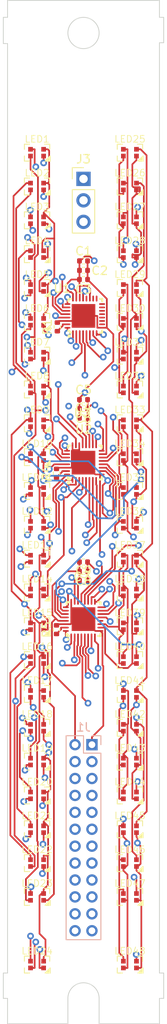
<source format=kicad_pcb>
(kicad_pcb (version 20221018) (generator pcbnew)
  (layers (0 "F.Cu" signal) (1 "In1.Cu" signal) (2 "In2.Cu" signal) (3 "In3.Cu" signal) (4 "In4.Cu" signal) (5 "In5.Cu" signal) (6 "In6.Cu" signal) (31 "B.Cu" signal) (34 "B.Paste" user) (35 "F.Paste" user) (36 "B.SilkS" user "B.Silkscreen") (37 "F.SilkS" user "F.Silkscreen") (38 "B.Mask" user) (39 "F.Mask" user) (44 "Edge.Cuts" user))
  (net 0 "")
  (net 1 "+5V")
  (net 2 "GND")
  (net 3 "Net-(U2-ISET)")
  (net 4 "/SDA")
  (net 5 "/SDB")
  (net 6 "/SCL")
  (net 7 "/LOCK_SENSE")
  (net 8 "/BTN_ALERT")
  (net 9 "/BTN_MUTE")
  (net 10 "/CS1_L")
  (net 11 "/CS2_L")
  (net 12 "/SW1_L")
  (net 13 "/CS3_L")
  (net 14 "/CS4_L")
  (net 15 "/CS5_L")
  (net 16 "/CS6_L")
  (net 17 "/CS7_L")
  (net 18 "/CS8_L")
  (net 19 "/CS9_L")
  (net 20 "/CS10_L")
  (net 21 "/CS11_L")
  (net 22 "/CS12_L")
  (net 23 "/CS13_L")
  (net 24 "/CS14_L")
  (net 25 "/CS15_L")
  (net 26 "/CS16_L")
  (net 27 "/CS17_L")
  (net 28 "/CS18_L")
  (net 29 "/SW2_L")
  (net 30 "/SW3_L")
  (net 31 "/SW4_L")
  (net 32 "/CS1_R")
  (net 33 "/CS2_R")
  (net 34 "/SW1_R")
  (net 35 "/CS3_R")
  (net 36 "/SW2_R")
  (net 37 "/SW3_R")
  (net 38 "/SW4_R")
  (net 39 "/CS4_R")
  (net 40 "/CS5_R")
  (net 41 "/CS6_R")
  (net 42 "/CS7_R")
  (net 43 "/CS8_R")
  (net 44 "/CS9_R")
  (net 45 "/CS10_R")
  (net 46 "/CS11_R")
  (net 47 "/CS12_R")
  (net 48 "/CS13_R")
  (net 49 "/CS14_R")
  (net 50 "/CS15_R")
  (net 51 "/CS16_R")
  (net 52 "/CS17_R")
  (net 53 "/CS18_R")
  (net 54 "Net-(U1-ISET)")
  (net 55 "Net-(U3-ISET)")
  (net 56 "/CS10_F")
  (net 57 "/CS11_F")
  (net 58 "/CS12_F")
  (net 59 "/CS13_F")
  (net 60 "/CS14_F")
  (net 61 "/CS15_F")
  (net 62 "/CS16_F")
  (net 63 "/SW4_F")
  (net 64 "/SW3_F")
  (net 65 "/SW2_F")
  (net 66 "/SW1_F")
  (net 67 "/CS1_F")
  (net 68 "/CS2_F")
  (net 69 "/CS3_F")
  (net 70 "/CS4_F")
  (net 71 "/CS5_F")
  (net 72 "/CS6_F")
  (net 73 "/CS7_F")
  (net 74 "/CS8_F")
  (net 75 "/CS9_F")
  (net 76 "/CS17_F")
  (net 77 "/CS18_F")
  (footprint "footprints:LED RGB XINGLIGHT XL-2012RGBC 0805" (layer "F.Cu") (at 84 96)
    (fp_text reference "LED16")
    (fp_text value "XL-2012RGBC")
  )
  (footprint "footprints:LED RGB XINGLIGHT XL-2012RGBC 0805" (layer "F.Cu") (at 95 52)
    (fp_text reference "LED29")
    (fp_text value "XL-2012RGBC")
  )
  (footprint "footprints:LED RGB XINGLIGHT XL-2012RGBC 0805" (layer "F.Cu") (at 95 76)
    (fp_text reference "LED35")
    (fp_text value "XL-2012RGBC")
  )
  (footprint "C2961656:QFN-32_L4.0-W4.0-P0.40-BL-EP2.8" (layer "F.Cu") (at 89.65 55.3)
    (fp_text reference "U1")
    (fp_text value "IS31FL3746A-QFLS4-TR")
  )
  (footprint "Connector_PinHeader_2.54mm:PinHeader_1x03_P2.54mm_Vertical" (layer "F.Cu") (at 89.5 39.1)
    (fp_text reference "J3")
    (fp_text value "Conn_01x03")
  )
  (footprint "footprints:LED RGB XINGLIGHT XL-2012RGBC 0805" (layer "F.Cu") (at 95 108)
    (fp_text reference "LED43")
    (fp_text value "XL-2012RGBC")
  )
  (footprint "footprints:LED RGB XINGLIGHT XL-2012RGBC 0805" (layer "F.Cu") (at 84 84)
    (fp_text reference "LED13")
    (fp_text value "XL-2012RGBC")
  )
  (footprint "C2961656:QFN-32_L4.0-W4.0-P0.40-BL-EP2.8" (layer "F.Cu") (at 89.45 91.155)
    (fp_text reference "U3")
    (fp_text value "IS31FL3746A-QFLS4-TR")
  )
  (footprint "footprints:LED RGB XINGLIGHT XL-2012RGBC 0805" (layer "F.Cu") (at 84 52)
    (fp_text reference "LED5")
    (fp_text value "XL-2012RGBC")
  )
  (footprint "Resistor_SMD:R_0402_1005Metric" (layer "F.Cu") (at 86.4 56.6 90)
    (fp_text reference "R1")
    (fp_text value "6K8")
  )
  (footprint "footprints:LED RGB XINGLIGHT XL-2012RGBC 0805" (layer "F.Cu") (at 84 76)
    (fp_text reference "LED11")
    (fp_text value "XL-2012RGBC")
  )
  (footprint "footprints:LED RGB XINGLIGHT XL-2012RGBC 0805" (layer "F.Cu") (at 84 108)
    (fp_text reference "LED19")
    (fp_text value "XL-2012RGBC")
  )
  (footprint "footprints:LED RGB XINGLIGHT XL-2012RGBC 0805" (layer "F.Cu") (at 95 100)
    (fp_text reference "LED41")
    (fp_text value "XL-2012RGBC")
  )
  (footprint "Capacitor_SMD:C_0402_1005Metric" (layer "F.Cu") (at 89.5 65.2)
    (fp_text reference "C5")
    (fp_text value "0.1uF")
  )
  (footprint "Capacitor_SMD:C_0402_1005Metric" (layer "F.Cu") (at 89.5 67.38 180)
    (fp_text reference "C4")
    (fp_text value "1uF")
  )
  (footprint "Capacitor_SMD:C_0402_1005Metric" (layer "F.Cu") (at 89.5 84.4)
    (fp_text reference "C7")
    (fp_text value "1uF")
  )
  (footprint "Capacitor_SMD:C_0402_1005Metric" (layer "F.Cu") (at 89.5 86.6)
    (fp_text reference "C9")
    (fp_text value "0.1uF")
  )
  (footprint "Capacitor_SMD:C_0402_1005Metric" (layer "F.Cu") (at 89.5 51 180)
    (fp_text reference "C3")
    (fp_text value "0.1uF")
  )
  (footprint "footprints:LED RGB XINGLIGHT XL-2012RGBC 0805" (layer "F.Cu") (at 95 36)
    (fp_text reference "LED25")
    (fp_text value "XL-2012RGBC")
  )
  (footprint "footprints:LED RGB XINGLIGHT XL-2012RGBC 0805" (layer "F.Cu") (at 84 60)
    (fp_text reference "LED7")
    (fp_text value "XL-2012RGBC")
  )
  (footprint "footprints:LED RGB XINGLIGHT XL-2012RGBC 0805" (layer "F.Cu") (at 84 80)
    (fp_text reference "LED12")
    (fp_text value "XL-2012RGBC")
  )
  (footprint "C2961656:QFN-32_L4.0-W4.0-P0.40-BL-EP2.8" (layer "F.Cu") (at 89.6 72.65)
    (fp_text reference "U2")
    (fp_text value "IS31FL3746A-QFLS4-TR")
  )
  (footprint "footprints:LED RGB XINGLIGHT XL-2012RGBC 0805" (layer "F.Cu") (at 95 56)
    (fp_text reference "LED30")
    (fp_text value "XL-2012RGBC")
  )
  (footprint "footprints:LED RGB XINGLIGHT XL-2012RGBC 0805" (layer "F.Cu") (at 84 36)
    (fp_text reference "LED1")
    (fp_text value "XL-2012RGBC")
  )
  (footprint "footprints:LED RGB XINGLIGHT XL-2012RGBC 0805" (layer "F.Cu") (at 95 92)
    (fp_text reference "LED39")
    (fp_text value "XL-2012RGBC")
  )
  (footprint "Resistor_SMD:R_0402_1005Metric" (layer "F.Cu") (at 86.3 92.4 90)
    (fp_text reference "R5")
    (fp_text value "6K8")
  )
  (footprint "footprints:LED RGB XINGLIGHT XL-2012RGBC 0805" (layer "F.Cu") (at 95 120)
    (fp_text reference "LED46")
    (fp_text value "XL-2012RGBC")
  )
  (footprint "footprints:LED RGB XINGLIGHT XL-2012RGBC 0805" (layer "F.Cu") (at 84 100)
    (fp_text reference "LED17")
    (fp_text value "XL-2012RGBC")
  )
  (footprint "footprints:LED RGB XINGLIGHT XL-2012RGBC 0805" (layer "F.Cu") (at 95 88)
    (fp_text reference "LED38")
    (fp_text value "XL-2012RGBC")
  )
  (footprint "footprints:LED RGB XINGLIGHT XL-2012RGBC 0805" (layer "F.Cu") (at 84 88)
    (fp_text reference "LED14")
    (fp_text value "XL-2012RGBC")
  )
  (footprint "Capacitor_SMD:C_0402_1005Metric" (layer "F.Cu") (at 89.5 48.8)
    (fp_text reference "C1")
    (fp_text value "1uF")
  )
  (footprint "footprints:LED RGB XINGLIGHT XL-2012RGBC 0805" (layer "F.Cu") (at 95 64)
    (fp_text reference "LED32")
    (fp_text value "XL-2012RGBC")
  )
  (footprint "footprints:LED RGB XINGLIGHT XL-2012RGBC 0805" (layer "F.Cu") (at 84 116)
    (fp_text reference "LED21")
    (fp_text value "XL-2012RGBC")
  )
  (footprint "footprints:LED RGB XINGLIGHT XL-2012RGBC 0805" (layer "F.Cu") (at 95 68)
    (fp_text reference "LED33")
    (fp_text value "XL-2012RGBC")
  )
  (footprint "footprints:LED RGB XINGLIGHT XL-2012RGBC 0805" (layer "F.Cu") (at 95 72)
    (fp_text reference "LED34")
    (fp_text value "XL-2012RGBC")
  )
  (footprint "footprints:LED RGB XINGLIGHT XL-2012RGBC 0805" (layer "F.Cu") (at 84 124)
    (fp_text reference "LED23")
    (fp_text value "XL-2012RGBC")
  )
  (footprint "footprints:LED RGB XINGLIGHT XL-2012RGBC 0805" (layer "F.Cu") (at 84 72)
    (fp_text reference "LED10")
    (fp_text value "XL-2012RGBC")
  )
  (footprint "footprints:LED RGB XINGLIGHT XL-2012RGBC 0805" (layer "F.Cu") (at 95 44)
    (fp_text reference "LED27")
    (fp_text value "XL-2012RGBC")
  )
  (footprint "footprints:LED RGB XINGLIGHT XL-2012RGBC 0805" (layer "F.Cu") (at 95 112)
    (fp_text reference "LED44")
    (fp_text value "XL-2012RGBC")
  )
  (footprint "footprints:LED RGB XINGLIGHT XL-2012RGBC 0805" (layer "F.Cu") (at 84 48)
    (fp_text reference "LED4")
    (fp_text value "XL-2012RGBC")
  )
  (footprint "footprints:LED RGB XINGLIGHT XL-2012RGBC 0805" (layer "F.Cu") (at 84 40)
    (fp_text reference "LED2")
    (fp_text value "XL-2012RGBC")
  )
  (footprint "footprints:LED RGB XINGLIGHT XL-2012RGBC 0805" (layer "F.Cu") (at 84 56)
    (fp_text reference "LED6")
    (fp_text value "XL-2012RGBC")
  )
  (footprint "Capacitor_SMD:C_0402_1005Metric" (layer "F.Cu") (at 89.5 66.27 180)
    (fp_text reference "C6")
    (fp_text value "0.1uF")
  )
  (footprint "footprints:LED RGB XINGLIGHT XL-2012RGBC 0805" (layer "F.Cu") (at 84 104)
    (fp_text reference "LED18")
    (fp_text value "XL-2012RGBC")
  )
  (footprint "footprints:LED RGB XINGLIGHT XL-2012RGBC 0805" (layer "F.Cu") (at 95 104)
    (fp_text reference "LED42")
    (fp_text value "XL-2012RGBC")
  )
  (footprint "footprints:LED RGB XINGLIGHT XL-2012RGBC 0805" (layer "F.Cu") (at 84 112)
    (fp_text reference "LED20")
    (fp_text value "XL-2012RGBC")
  )
  (footprint "footprints:LED RGB XINGLIGHT XL-2012RGBC 0805" (layer "F.Cu") (at 95 80)
    (fp_text reference "LED36")
    (fp_text value "XL-2012RGBC")
  )
  (footprint "Resistor_SMD:R_0402_1005Metric" (layer "F.Cu") (at 86.3 73.9 90)
    (fp_text reference "R4")
    (fp_text value "6K8")
  )
  (footprint "Capacitor_SMD:C_0402_1005Metric" (layer "F.Cu") (at 89.5 85.5 180)
    (fp_text reference "C8")
    (fp_text value "0.1uF")
  )
  (footprint "footprints:LED RGB XINGLIGHT XL-2012RGBC 0805" (layer "F.Cu") (at 84 132)
    (fp_text reference "LED24")
    (fp_text value "XL-2012RGBC")
  )
  (footprint "footprints:LED RGB XINGLIGHT XL-2012RGBC 0805" (layer "F.Cu") (at 95 96)
    (fp_text reference "LED40")
    (fp_text value "XL-2012RGBC")
  )
  (footprint "footprints:LED RGB XINGLIGHT XL-2012RGBC 0805" (layer "F.Cu") (at 95 40)
    (fp_text reference "LED26")
    (fp_text value "XL-2012RGBC")
  )
  (footprint "Capacitor_SMD:C_0402_1005Metric" (layer "F.Cu") (at 89.5 49.92)
    (fp_text reference "C2")
    (fp_text value "0.1uF")
  )
  (footprint "footprints:LED RGB XINGLIGHT XL-2012RGBC 0805" (layer "F.Cu") (at 95 60)
    (fp_text reference "LED31")
    (fp_text value "XL-2012RGBC")
  )
  (footprint "footprints:LED RGB XINGLIGHT XL-2012RGBC 0805" (layer "F.Cu") (at 84 64)
    (fp_text reference "LED8")
    (fp_text value "XL-2012RGBC")
  )
  (footprint "footprints:LED RGB XINGLIGHT XL-2012RGBC 0805" (layer "F.Cu") (at 95 116)
    (fp_text reference "LED45")
    (fp_text value "XL-2012RGBC")
  )
  (footprint "footprints:LED RGB XINGLIGHT XL-2012RGBC 0805" (layer "F.Cu") (at 84 92)
    (fp_text reference "LED15")
    (fp_text value "XL-2012RGBC")
  )
  (footprint "footprints:LED RGB XINGLIGHT XL-2012RGBC 0805" (layer "F.Cu") (at 84 68)
    (fp_text reference "LED9")
    (fp_text value "XL-2012RGBC")
  )
  (footprint "footprints:LED RGB XINGLIGHT XL-2012RGBC 0805" (layer "F.Cu") (at 95 84)
    (fp_text reference "LED37")
    (fp_text value "XL-2012RGBC")
  )
  (footprint "footprints:LED RGB XINGLIGHT XL-2012RGBC 0805" (layer "F.Cu") (at 95 132)
    (fp_text reference "LED48")
    (fp_text value "XL-2012RGBC")
  )
  (footprint "footprints:LED RGB XINGLIGHT XL-2012RGBC 0805" (layer "F.Cu") (at 84 44)
    (fp_text reference "LED3")
    (fp_text value "XL-2012RGBC")
  )
  (footprint "footprints:LED RGB XINGLIGHT XL-2012RGBC 0805" (layer "F.Cu") (at 84 120)
    (fp_text reference "LED22")
    (fp_text value "XL-2012RGBC")
  )
  (footprint "footprints:LED RGB XINGLIGHT XL-2012RGBC 0805" (layer "F.Cu") (at 95 124)
    (fp_text reference "LED47")
    (fp_text value "XL-2012RGBC")
  )
  (footprint "footprints:LED RGB XINGLIGHT XL-2012RGBC 0805" (layer "F.Cu") (at 95 48)
    (fp_text reference "LED28")
    (fp_text value "XL-2012RGBC")
  )
  (footprint "Connector_PinHeader_2.00mm:PinHeader_2x12_P2.00mm_Vertical" (layer "B.Cu") (at 90.5 106 180)
    (fp_text reference "J1")
    (fp_text value "Conn_02x12_Top_Bottom")
  )
  (gr_circle (center 89.5 21.85) (end 91.35 21.85) (stroke (width 0.1)) (fill none) (layer "Edge.Cuts"))
  (gr_line (start 99 20) (end 99 23) (stroke (width 0.1)) (layer "Edge.Cuts"))
  (gr_line (start 80 133) (end 80.5 133) (stroke (width 0.1)) (layer "Edge.Cuts"))
  (gr_line (start 80.5 20) (end 80 20) (stroke (width 0.1)) (layer "Edge.Cuts"))
  (gr_line (start 98.5 18) (end 98.5 20) (stroke (width 0.1)) (layer "Edge.Cuts"))
  (gr_line (start 80.5 18) (end 80.5 20) (stroke (width 0.1)) (layer "Edge.Cuts"))
  (gr_line (start 98.5 139) (end 98.5 136) (stroke (width 0.1)) (layer "Edge.Cuts"))
  (gr_line (start 98.5 139) (end 91.35 139) (stroke (width 0.1)) (layer "Edge.Cuts"))
  (gr_line (start 99 136) (end 98.5 136) (stroke (width 0.1)) (layer "Edge.Cuts"))
  (gr_line (start 91.35 136) (end 91.35 139) (stroke (width 0.1)) (layer "Edge.Cuts"))
  (gr_line (start 80.5 139) (end 80.5 136) (stroke (width 0.1)) (layer "Edge.Cuts"))
  (gr_line (start 87.65 136) (end 87.65 139) (stroke (width 0.1)) (layer "Edge.Cuts"))
  (gr_line (start 98.5 133) (end 98.5 23) (stroke (width 0.1)) (layer "Edge.Cuts"))
  (gr_arc (start 87.65 136) (mid 89.5 134.15) (end 91.35 136) (stroke (width 0.1)) (layer "Edge.Cuts"))
  (gr_line (start 80.5 139) (end 87.65 139) (stroke (width 0.1)) (layer "Edge.Cuts"))
  (gr_line (start 80 133) (end 80 136) (stroke (width 0.1)) (layer "Edge.Cuts"))
  (gr_line (start 80 20) (end 80 23.1) (stroke (width 0.1)) (layer "Edge.Cuts"))
  (gr_line (start 99 133) (end 98.5 133) (stroke (width 0.1)) (layer "Edge.Cuts"))
  (gr_line (start 99 133) (end 99 136) (stroke (width 0.1)) (layer "Edge.Cuts"))
  (gr_line (start 80.5 18) (end 98.5 18) (stroke (width 0.1)) (layer "Edge.Cuts"))
  (gr_line (start 99 23) (end 98.5 23) (stroke (width 0.1)) (layer "Edge.Cuts"))
  (gr_line (start 80 23.1) (end 80.5 23.1) (stroke (width 0.1)) (layer "Edge.Cuts"))
  (gr_line (start 98.5 20) (end 99 20) (stroke (width 0.1)) (layer "Edge.Cuts"))
  (gr_line (start 80.5 23.1) (end 80.5 133) (stroke (width 0.1)) (layer "Edge.Cuts"))
  (gr_line (start 80.5 136) (end 80 136) (stroke (width 0.1)) (layer "Edge.Cuts"))
  (segment (start 87.8485 52.4828) (end 87.449 52.0833) (width 0.2) (layer "F.Cu") (net 1))
  (segment (start 89.9551 67.4049) (end 89.9551 69.1524) (width 0.2) (layer "F.Cu") (net 1))
  (segment (start 89.02 51.7031) (end 89.02 51) (width 0.2) (layer "F.Cu") (net 1))
  (segment (start 89.02 85.5) (end 89.02 84.4) (width 0.2) (layer "F.Cu") (net 1))
  (segment (start 85.8186 90.6782) (end 86.2218 91.0814) (width 0.2) (layer "F.Cu") (net 1))
  (segment (start 89.05 53.25) (end 89.05 52.6881) (width 0.2) (layer "F.Cu") (net 1))
  (segment (start 88.85 89.105) (end 88.85 86.77) (width 0.2) (layer "F.Cu") (net 1))
  (segment (start 89.05 51.7331) (end 89.02 51.7031) (width 0.2) (layer "F.Cu") (net 1))
  (segment (start 87.55 72.85) (end 86.0277 72.85) (width 0.2) (layer "F.Cu") (net 1))
  (segment (start 89.98 67.38) (end 89.9551 67.4049) (width 0.2) (layer "F.Cu") (net 1))
  (segment (start 89.02 85.5) (end 89.02 86.6) (width 0.2) (layer "F.Cu") (net 1))
  (segment (start 93.2219 83.7353) (end 94.5163 82.4409) (width 0.2) (layer "F.Cu") (net 1))
  (segment (start 86.2218 91.0814) (end 86.4954 91.355) (width 0.2) (layer "F.Cu") (net 1))
  (segment (start 89.02 49.92) (end 89.02 49.0972) (width 0.2) (layer "F.Cu") (net 1))
  (segment (start 88.25 53.25) (end 88.25 52.6881) (width 0.2) (layer "F.Cu") (net 1))
  (segment (start 93.2219 85.2035) (end 93.2219 83.7353) (width 0.2) (layer "F.Cu") (net 1))
  (segment (start 89.02 49.0972) (end 89.02 48.9035) (width 0.2) (layer "F.Cu") (net 1))
  (segment (start 87.4 91.355) (end 86.8381 91.355) (width 0.2) (layer "F.Cu") (net 1))
  (segment (start 89.02 48.9035) (end 89.6469 48.2766) (width 0.2) (layer "F.Cu") (net 1))
  (segment (start 88.5 100.2407) (end 85.7618 97.5025) (width 0.2) (layer "F.Cu") (net 1))
  (segment (start 89.9127 51.7331) (end 89.05 51.7331) (width 0.2) (layer "F.Cu") (net 1))
  (segment (start 87.6 55.5) (end 86.3982 55.5) (width 0.2) (layer "F.Cu") (net 1))
  (segment (start 89.6469 48.2766) (end 90.2686 48.2766) (width 0.2) (layer "F.Cu") (net 1))
  (segment (start 87.449 51.6077) (end 88.0567 51) (width 0.2) (layer "F.Cu") (net 1))
  (segment (start 88.0567 51) (end 89.02 51) (width 0.2) (layer "F.Cu") (net 1))
  (segment (start 89.02 49.92) (end 89.02 51) (width 0.2) (layer "F.Cu") (net 1))
  (segment (start 90.25 53.25) (end 90.25 52.6881) (width 0.2) (layer "F.Cu") (net 1))
  (segment (start 89.9551 69.1524) (end 90.2 69.3973) (width 0.2) (layer "F.Cu") (net 1))
  (segment (start 94.5163 82.4409) (end 96.0052 82.4409) (width 0.2) (layer "F.Cu") (net 1))
  (segment (start 86.4954 91.355) (end 86.8381 91.355) (width 0.2) (layer "F.Cu") (net 1))
  (segment (start 88.0447 52.4828) (end 87.8485 52.4828) (width 0.2) (layer "F.Cu") (net 1))
  (segment (start 90.2902 52.6479) (end 90.2902 52.1106) (width 0.2) (layer "F.Cu") (net 1))
  (segment (start 90.2 69.3973) (end 90.2 70.6) (width 0.2) (layer "F.Cu") (net 1))
  (segment (start 87.535 85.5) (end 85.8186 87.2164) (width 0.2) (layer "F.Cu") (net 1))
  (segment (start 90.4047 65.8453) (end 89.98 66.27) (width 0.2) (layer "F.Cu") (net 1))
  (segment (start 87.449 52.0833) (end 87.449 51.6077) (width 0.2) (layer "F.Cu") (net 1))
  (segment (start 89.02 49.0972) (end 89.02 48.8) (width 0.2) (layer "F.Cu") (net 1))
  (segment (start 85.8186 87.2164) (end 85.8186 90.6782) (width 0.2) (layer "F.Cu") (net 1))
  (segment (start 90.8555 65.8453) (end 90.4047 65.8453) (width 0.2) (layer "F.Cu") (net 1))
  (segment (start 89.98 66.27) (end 89.98 65.2) (width 0.2) (layer "F.Cu") (net 1))
  (segment (start 88.25 52.6881) (end 88.0447 52.4828) (width 0.2) (layer "F.Cu") (net 1))
  (segment (start 89.02 85.5) (end 87.535 85.5) (width 0.2) (layer "F.Cu") (net 1))
  (segment (start 85.7618 91.5414) (end 86.2218 91.0814) (width 0.2) (layer "F.Cu") (net 1))
  (segment (start 89.05 51.7331) (end 89.05 52.6881) (width 0.2) (layer "F.Cu") (net 1))
  (segment (start 86.0277 72.85) (end 85.4469 73.4308) (width 0.2) (layer "F.Cu") (net 1))
  (segment (start 85.7618 97.5025) (end 85.7618 91.5414) (width 0.2) (layer "F.Cu") (net 1))
  (segment (start 89.98 66.27) (end 89.98 67.38) (width 0.2) (layer "F.Cu") (net 1))
  (segment (start 90.05 88.3754) (end 93.2219 85.2035) (width 0.2) (layer "F.Cu") (net 1))
  (segment (start 86.3982 55.5) (end 86.1818 55.2836) (width 0.2) (layer "F.Cu") (net 1))
  (segment (start 88.5 106) (end 88.5 100.2407) (width 0.2) (layer "F.Cu") (net 1))
  (segment (start 90.25 52.6881) (end 90.2902 52.6479) (width 0.2) (layer "F.Cu") (net 1))
  (segment (start 90.2686 48.2766) (end 90.7729 48.7809) (width 0.2) (layer "F.Cu") (net 1))
  (segment (start 90.05 89.105) (end 90.05 88.3754) (width 0.2) (layer "F.Cu") (net 1))
  (segment (start 88.85 86.77) (end 89.02 86.6) (width 0.2) (layer "F.Cu") (net 1))
  (segment (start 90.2902 52.1106) (end 89.9127 51.7331) (width 0.2) (layer "F.Cu") (net 1))
  (via (at 96.0052 82.4409) (size 0.8) (drill 0.4) (layers "F.Cu" "B.Cu") (net 1))
  (via (at 86.1818 55.2836) (size 0.8) (drill 0.4) (layers "F.Cu" "B.Cu") (net 1))
  (via (at 87.7457 65.9687) (size 0.8) (drill 0.4) (layers "F.Cu" "B.Cu") (net 1))
  (via (at 85.4469 73.4308) (size 0.8) (drill 0.4) (layers "F.Cu" "B.Cu") (net 1))
  (via (at 90.7729 48.7809) (size 0.8) (drill 0.4) (layers "F.Cu" "B.Cu") (net 1))
  (via (at 90.8555 65.8453) (size 0.8) (drill 0.4) (layers "F.Cu" "B.Cu") (net 1))
  (segment (start 91.7 56.7) (end 92.2604 56.7) (width 0.2) (layer "F.Cu") (net 2))
  (segment (start 86.44 73.25) (end 86.3 73.39) (width 0.2) (layer "F.Cu") (net 2))
  (segment (start 89.98 49.92) (end 89.98 51) (width 0.2) (layer "F.Cu") (net 2))
  (segment (start 91.8472 103.7659) (end 91.8472 96.7137) (width 0.2) (layer "F.Cu") (net 2))
  (segment (start 89.98 48.8) (end 89.98 49.92) (width 0.2) (layer "F.Cu") (net 2))
  (segment (start 89.98 84.4) (end 91.0328 85.4528) (width 0.2) (layer "F.Cu") (net 2))
  (segment (start 93.0342 57.4738) (end 93.0342 60.6892) (width 0.2) (layer "F.Cu") (net 2))
  (segment (start 89 71.1619) (end 89 72.15) (width 0.2) (layer "F.Cu") (net 2))
  (segment (start 87.7526 73.25) (end 87.55 73.25) (width 0.2) (layer "F.Cu") (net 2))
  (segment (start 86.59 55.9) (end 87.0381 55.9) (width 0.2) (layer "F.Cu") (net 2))
  (segment (start 89.02 65.2) (end 89.02 65.0123) (width 0.2) (layer "F.Cu") (net 2))
  (segment (start 89.98 86.6) (end 89.98 85.5) (width 0.2) (layer "F.Cu") (net 2))
  (segment (start 92.2619 56.7) (end 92.2619 53.2819) (width 0.2) (layer "F.Cu") (net 2))
  (segment (start 91.4575 83.2766) (end 91.6914 83.5105) (width 0.2) (layer "F.Cu") (net 2))
  (segment (start 91.0328 85.4528) (end 91.0328 85.5123) (width 0.2) (layer "F.Cu") (net 2))
  (segment (start 89 71.1619) (end 89 70.6) (width 0.2) (layer "F.Cu") (net 2))
  (segment (start 88.05 91.6654) (end 88.05 89.105) (width 0.2) (layer "F.Cu") (net 2))
  (segment (start 88.2 71.1611) (end 88.2 71.1619) (width 0.2) (layer "F.Cu") (net 2))
  (segment (start 91.65 74.05) (end 91.4575 74.2425) (width 0.2) (layer "F.Cu") (net 2))
  (segment (start 88.2 71.1611) (end 88.2008 71.1619) (width 0.2) (layer "F.Cu") (net 2))
  (segment (start 89.5 55.3) (end 88.9 55.9) (width 0.2) (layer "F.Cu") (net 2))
  (segment (start 89.02 67.38) (end 89.02 66.27) (width 0.2) (layer "F.Cu") (net 2))
  (segment (start 91.1381 55.3262) (end 91.1119 55.3) (width 0.2) (layer "F.Cu") (net 2))
  (segment (start 89 72.15) (end 89.5 72.65) (width 0.2) (layer "F.Cu") (net 2))
  (segment (start 87.4 91.755) (end 87.8835 91.755) (width 0.2) (layer "F.Cu") (net 2))
  (segment (start 87.9619 91.755) (end 88.5619 91.155) (width 0.2) (layer "F.Cu") (net 2))
  (segment (start 86.4 56.09) (end 86.59 55.9) (width 0.2) (layer "F.Cu") (net 2))
  (segment (start 89.5 55.3) (end 91.1119 55.3) (width 0.2) (layer "F.Cu") (net 2))
  (segment (start 89.02 65.0123) (end 89.6665 64.3658) (width 0.2) (layer "F.Cu") (net 2))
  (segment (start 91.7469 96.6134) (end 91.7469 92.8019) (width 0.2) (layer "F.Cu") (net 2))
  (segment (start 87.6 55.9) (end 87.0381 55.9) (width 0.2) (layer "F.Cu") (net 2))
  (segment (start 91.5 92.555) (end 90.9 92.555) (width 0.2) (layer "F.Cu") (net 2))
  (segment (start 88.1119 73.25) (end 88.1119 71.25) (width 0.2) (layer "F.Cu") (net 2))
  (segment (start 87.55 73.25) (end 86.44 73.25) (width 0.2) (layer "F.Cu") (net 2))
  (segment (start 91.7 56.7) (end 91.1381 56.7) (width 0.2) (layer "F.Cu") (net 2))
  (segment (start 90.5 106) (end 90.5 105.1131) (width 0.2) (layer "F.Cu") (net 2))
  (segment (start 87.9604 91.755) (end 87.9619 91.755) (width 0.2) (layer "F.Cu") (net 2))
  (segment (start 89.6665 64.0569) (end 89.6665 64.3658) (width 0.2) (layer "F.Cu") (net 2))
  (segment (start 86.435 91.755) (end 87.4 91.755) (width 0.2) (layer "F.Cu") (net 2))
  (segment (start 90.9 92.555) (end 89.5 91.155) (width 0.2) (layer "F.Cu") (net 2))
  (segment (start 91.7469 92.8019) (end 91.5 92.555) (width 0.2) (layer "F.Cu") (net 2))
  (segment (start 87.8835 91.755) (end 87.9604 91.755) (width 0.2) (layer "F.Cu") (net 2))
  (segment (start 88.2 71.1604) (end 88.2 71.1611) (width 0.2) (layer "F.Cu") (net 2))
  (segment (start 91.4575 74.2425) (end 91.4575 83.2766) (width 0.2) (layer "F.Cu") (net 2))
  (segment (start 87.7526 73.25) (end 88.1119 73.25) (width 0.2) (layer "F.Cu") (net 2))
  (segment (start 91.8472 96.7137) (end 91.7469 96.6134) (width 0.2) (layer "F.Cu") (net 2))
  (segment (start 92.2604 56.7) (end 93.0342 57.4738) (width 0.2) (layer "F.Cu") (net 2))
  (segment (start 89.02 66.27) (end 89.02 65.2) (width 0.2) (layer "F.Cu") (net 2))
  (segment (start 93.0342 60.6892) (end 89.6665 64.0569) (width 0.2) (layer "F.Cu") (net 2))
  (segment (start 92.2604 56.7) (end 92.2619 56.7) (width 0.2) (layer "F.Cu") (net 2))
  (segment (start 88.5619 91.155) (end 89.5 91.155) (width 0.2) (layer "F.Cu") (net 2))
  (segment (start 88.9 55.9) (end 87.6 55.9) (width 0.2) (layer "F.Cu") (net 2))
  (segment (start 92.2619 53.2819) (end 89.98 51) (width 0.2) (layer "F.Cu") (net 2))
  (segment (start 90.5 105.1131) (end 91.8472 103.7659) (width 0.2) (layer "F.Cu") (net 2))
  (segment (start 90.9 74.05) (end 91.65 74.05) (width 0.2) (layer "F.Cu") (net 2))
  (segment (start 88.2008 71.1619) (end 89 71.1619) (width 0.2) (layer "F.Cu") (net 2))
  (segment (start 89.5 72.65) (end 90.9 74.05) (width 0.2) (layer "F.Cu") (net 2))
  (segment (start 87.9604 91.755) (end 88.05 91.6654) (width 0.2) (layer "F.Cu") (net 2))
  (segment (start 91.1381 56.7) (end 91.1381 55.3262) (width 0.2) (layer "F.Cu") (net 2))
  (segment (start 88.1119 71.25) (end 88.2 71.1619) (width 0.2) (layer "F.Cu") (net 2))
  (segment (start 88.2 70.6) (end 88.2 71.1604) (width 0.2) (layer "F.Cu") (net 2))
  (segment (start 89.98 85.5) (end 89.98 84.4) (width 0.2) (layer "F.Cu") (net 2))
  (segment (start 86.3 91.89) (end 86.435 91.755) (width 0.2) (layer "F.Cu") (net 2))
  (via (at 91.0328 85.5123) (size 0.8) (drill 0.4) (layers "F.Cu" "B.Cu") (net 2))
  (via (at 91.6914 83.5105) (size 0.8) (drill 0.4) (layers "F.Cu" "B.Cu") (net 2))
  (via (at 89.6665 64.3658) (size 0.8) (drill 0.4) (layers "F.Cu" "B.Cu") (net 2))
  (segment (start 86.9881 73.7219) (end 86.3 74.41) (width 0.2) (layer "F.Cu") (net 3))
  (segment (start 86.9881 73.65) (end 86.9881 73.7219) (width 0.2) (layer "F.Cu") (net 3))
  (segment (start 87.55 73.65) (end 86.9881 73.65) (width 0.2) (layer "F.Cu") (net 3))
  (segment (start 88.65 53.25) (end 88.65 52.3984) (width 0.2) (layer "F.Cu") (net 4))
  (segment (start 88.1091 86.2377) (end 88.45 86.5786) (width 0.2) (layer "F.Cu") (net 4))
  (segment (start 88.6 70.6) (end 88.6 69.8066) (width 0.2) (layer "F.Cu") (net 4))
  (segment (start 88.65 52.3984) (end 88.0868 51.8352) (width 0.2) (layer "F.Cu") (net 4))
  (segment (start 88.6 69.8066) (end 86.2861 67.4927) (width 0.2) (layer "F.Cu") (net 4))
  (segment (start 88.45 86.5786) (end 88.45 89.105) (width 0.2) (layer "F.Cu") (net 4))
  (via (at 88.0868 51.8352) (size 0.8) (drill 0.4) (layers "F.Cu" "B.Cu") (net 4))
  (via (at 86.2861 67.4927) (size 0.8) (drill 0.4) (layers "F.Cu" "B.Cu") (net 4))
  (via (at 88.1091 86.2377) (size 0.8) (drill 0.4) (layers "F.Cu" "B.Cu") (net 4))
  (segment (start 89.65 89.105) (end 89.65 88.2802) (width 0.2) (layer "F.Cu") (net 5))
  (segment (start 92.91 85.0202) (end 92.91 82.5427) (width 0.2) (layer "F.Cu") (net 5))
  (segment (start 87.9159 67.6698) (end 89.8 69.5539) (width 0.2) (layer "F.Cu") (net 5))
  (segment (start 87.9159 67.2288) (end 87.9159 67.6698) (width 0.2) (layer "F.Cu") (net 5))
  (segment (start 89.8 69.5539) (end 89.8 70.6) (width 0.2) (layer "F.Cu") (net 5))
  (segment (start 89.65 88.2802) (end 92.91 85.0202) (width 0.2) (layer "F.Cu") (net 5))
  (via (at 87.9159 67.2288) (size 0.8) (drill 0.4) (layers "F.Cu" "B.Cu") (net 5))
  (via (at 92.91 82.5427) (size 0.8) (drill 0.4) (layers "F.Cu" "B.Cu") (net 5))
  (segment (start 91.6737 85.7633) (end 91.6737 84.9019) (width 0.2) (layer "F.Cu") (net 6))
  (segment (start 89.4 69.7412) (end 89.4 70.0381) (width 0.2) (layer "F.Cu") (net 6))
  (segment (start 86.5119 66.8531) (end 89.4 69.7412) (width 0.2) (layer "F.Cu") (net 6))
  (segment (start 89.6701 52.3779) (end 89.45 52.598) (width 0.2) (layer "F.Cu") (net 6))
  (segment (start 89.25 88.187) (end 91.6737 85.7633) (width 0.2) (layer "F.Cu") (net 6))
  (segment (start 89.45 52.598) (end 89.45 53.25) (width 0.2) (layer "F.Cu") (net 6))
  (segment (start 91.6737 84.9019) (end 91.3509 84.5791) (width 0.2) (layer "F.Cu") (net 6))
  (segment (start 86.5119 63.4055) (end 86.5119 66.8531) (width 0.2) (layer "F.Cu") (net 6))
  (segment (start 89.4 70.6) (end 89.4 70.0381) (width 0.2) (layer "F.Cu") (net 6))
  (segment (start 89.25 89.105) (end 89.25 88.187) (width 0.2) (layer "F.Cu") (net 6))
  (via (at 91.3509 84.5791) (size 0.8) (drill 0.4) (layers "F.Cu" "B.Cu") (net 6))
  (via (at 89.6701 52.3779) (size 0.8) (drill 0.4) (layers "F.Cu" "B.Cu") (net 6))
  (via (at 86.5119 63.4055) (size 0.8) (drill 0.4) (layers "F.Cu" "B.Cu") (net 6))
  (segment (start 84.775 84.4) (end 85.0315 84.4) (width 0.2) (layer "F.Cu") (net 10))
  (segment (start 84.775 36.4) (end 84.775 37.2124) (width 0.2) (layer "F.Cu") (net 10))
  (segment (start 84.775 109.751) (end 84.9311 109.9071) (width 0.2) (layer "F.Cu") (net 10))
  (segment (start 86.2716 77.4893) (end 86.2716 80.1862) (width 0.2) (layer "F.Cu") (net 10))
  (segment (start 86.2716 80.1862) (end 85.478 80.9798) (width 0.2) (layer "F.Cu") (net 10))
  (segment (start 87.55 74.05) (end 85.9192 75.6808) (width 0.2) (layer "F.Cu") (net 10))
  (segment (start 85.478 82.194) (end 85.478 83.9535) (width 0.2) (layer "F.Cu") (net 10))
  (segment (start 85.9192 75.6808) (end 85.9192 77.1369) (width 0.2) (layer "F.Cu") (net 10))
  (segment (start 84.775 108.4) (end 84.775 109.751) (width 0.2) (layer "F.Cu") (net 10))
  (segment (start 85.478 80.9798) (end 85.478 82.194) (width 0.2) (layer "F.Cu") (net 10))
  (segment (start 84.7456 61.7732) (end 84.775 61.7438) (width 0.2) (layer "F.Cu") (net 10))
  (segment (start 84.775 61.7438) (end 84.775 60.4) (width 0.2) (layer "F.Cu") (net 10))
  (segment (start 85.9192 77.1369) (end 86.2716 77.4893) (width 0.2) (layer "F.Cu") (net 10))
  (segment (start 85.478 83.9535) (end 85.0315 84.4) (width 0.2) (layer "F.Cu") (net 10))
  (via (at 85.478 82.194) (size 0.8) (drill 0.4) (layers "F.Cu" "B.Cu") (net 10))
  (via (at 84.9311 109.9071) (size 0.8) (drill 0.4) (layers "F.Cu" "B.Cu") (net 10))
  (via (at 84.7456 61.7732) (size 0.8) (drill 0.4) (layers "F.Cu" "B.Cu") (net 10))
  (via (at 84.775 37.2124) (size 0.8) (drill 0.4) (layers "F.Cu" "B.Cu") (net 10))
  (segment (start 86.596 80.7271) (end 86.54 80.7831) (width 0.2) (layer "F.Cu") (net 11))
  (segment (start 83.225 36.4) (end 83.225 36.8869) (width 0.2) (layer "F.Cu") (net 11))
  (segment (start 86.2311 75.8992) (end 86.2311 77.0077) (width 0.2) (layer "F.Cu") (net 11))
  (segment (start 82.7381 108.4) (end 82.7381 108.8509) (width 0.2) (layer "F.Cu") (net 11))
  (segment (start 86.596 77.3726) (end 86.596 80.7271) (width 0.2) (layer "F.Cu") (net 11))
  (segment (start 83.225 37.979) (end 84.1011 38.8551) (width 0.2) (layer "F.Cu") (net 11))
  (segment (start 86.2311 77.0077) (end 86.596 77.3726) (width 0.2) (layer "F.Cu") (net 11))
  (segment (start 83.7119 57.8034) (end 82.7967 57.8034) (width 0.2) (layer "F.Cu") (net 11))
  (segment (start 83.225 84.4) (end 82.7381 84.4) (width 0.2) (layer "F.Cu") (net 11))
  (segment (start 88.2 74.7) (end 87.4303 74.7) (width 0.2) (layer "F.Cu") (net 11))
  (segment (start 82.7381 108.8509) (end 82.5691 109.0199) (width 0.2) (layer "F.Cu") (net 11))
  (segment (start 83.225 108.4) (end 82.7381 108.4) (width 0.2) (layer "F.Cu") (net 11))
  (segment (start 82.7381 84.4) (end 82.1923 84.9458) (width 0.2) (layer "F.Cu") (net 11))
  (segment (start 83.225 36.8869) (end 83.225 37.979) (width 0.2) (layer "F.Cu") (net 11))
  (segment (start 84.1011 48.0147) (end 83.7119 48.4039) (width 0.2) (layer "F.Cu") (net 11))
  (segment (start 84.1011 38.8551) (end 84.1011 48.0147) (width 0.2) (layer "F.Cu") (net 11))
  (segment (start 82.1923 84.9458) (end 82.0818 84.9458) (width 0.2) (layer "F.Cu") (net 11))
  (segment (start 87.4303 74.7) (end 86.2311 75.8992) (width 0.2) (layer "F.Cu") (net 11))
  (segment (start 83.7119 57.8034) (end 83.7119 60.4) (width 0.2) (layer "F.Cu") (net 11))
  (segment (start 83.7119 48.4039) (end 83.7119 57.8034) (width 0.2) (layer "F.Cu") (net 11))
  (segment (start 83.225 60.4) (end 83.7119 60.4) (width 0.2) (layer "F.Cu") (net 11))
  (via (at 82.5691 109.0199) (size 0.8) (drill 0.4) (layers "F.Cu" "B.Cu") (net 11))
  (via (at 86.54 80.7831) (size 0.8) (drill 0.4) (layers "F.Cu" "B.Cu") (net 11))
  (via (at 82.7967 57.8034) (size 0.8) (drill 0.4) (layers "F.Cu" "B.Cu") (net 11))
  (via (at 82.0818 84.9458) (size 0.8) (drill 0.4) (layers "F.Cu" "B.Cu") (net 11))
  (segment (start 84.775 39.6) (end 85.2619 39.6) (width 0.2) (layer "F.Cu") (net 12))
  (segment (start 85.2619 54.6262) (end 84.775 55.1131) (width 0.2) (layer "F.Cu") (net 12))
  (segment (start 84.6217 47.4467) (end 84.775 47.6) (width 0.2) (layer "F.Cu") (net 12))
  (segment (start 84.775 51.6) (end 85.2619 51.6) (width 0.2) (layer "F.Cu") (net 12))
  (segment (start 84.9772 46.1517) (end 84.6217 46.5072) (width 0.2) (layer "F.Cu") (net 12))
  (segment (start 84.775 55.6) (end 84.775 55.1131) (width 0.2) (layer "F.Cu") (net 12))
  (segment (start 85.433 39.4289) (end 85.433 35.7711) (width 0.2) (layer "F.Cu") (net 12))
  (segment (start 85.433 35.7711) (end 85.2619 35.6) (width 0.2) (layer "F.Cu") (net 12))
  (segment (start 86.0409 46.1517) (end 86.0409 44.379) (width 0.2) (layer "F.Cu") (net 12))
  (segment (start 85.4462 39.7843) (end 85.2619 39.6) (width 0.2) (layer "F.Cu") (net 12))
  (segment (start 84.775 43.1131) (end 85.4462 42.4419) (width 0.2) (layer "F.Cu") (net 12))
  (segment (start 87.55 72.45) (end 86.8703 72.45) (width 0.2) (layer "F.Cu") (net 12))
  (segment (start 84.775 43.6) (end 84.775 43.1131) (width 0.2) (layer "F.Cu") (net 12))
  (segment (start 86.0409 50.821) (end 86.0409 46.1517) (width 0.2) (layer "F.Cu") (net 12))
  (segment (start 85.9205 50.9414) (end 86.1696 51.1905) (width 0.2) (layer "F.Cu") (net 12))
  (segment (start 85.2619 51.6) (end 85.9205 50.9414) (width 0.2) (layer "F.Cu") (net 12))
  (segment (start 85.9205 50.9414) (end 86.0409 50.821) (width 0.2) (layer "F.Cu") (net 12))
  (segment (start 86.8703 72.45) (end 85.84 71.4197) (width 0.2) (layer "F.Cu") (net 12))
  (segment (start 84.775 35.6) (end 85.2619 35.6) (width 0.2) (layer "F.Cu") (net 12))
  (segment (start 85.4462 42.4419) (end 85.4462 39.7843) (width 0.2) (layer "F.Cu") (net 12))
  (segment (start 84.6217 46.5072) (end 84.6217 47.4467) (width 0.2) (layer "F.Cu") (net 12))
  (segment (start 85.2619 51.6) (end 85.2619 54.6262) (width 0.2) (layer "F.Cu") (net 12))
  (segment (start 86.0409 46.1517) (end 84.9772 46.1517) (width 0.2) (layer "F.Cu") (net 12))
  (segment (start 85.2619 39.6) (end 85.433 39.4289) (width 0.2) (layer "F.Cu") (net 12))
  (segment (start 86.0409 44.379) (end 84.775 43.1131) (width 0.2) (layer "F.Cu") (net 12))
  (via (at 85.84 71.4197) (size 0.8) (drill 0.4) (layers "F.Cu" "B.Cu") (net 12))
  (via (at 86.1696 51.1905) (size 0.8) (drill 0.4) (layers "F.Cu" "B.Cu") (net 12))
  (segment (start 83.225 59.1131) (end 83.2102 59.1131) (width 0.2) (layer "F.Cu") (net 13))
  (segment (start 88.6 75.2619) (end 87.7337 75.2619) (width 0.2) (layer "F.Cu") (net 13))
  (segment (start 83.2102 59.1131) (end 82.8697 58.7726) (width 0.2) (layer "F.Cu") (net 13))
  (segment (start 83.7119 35.6) (end 83.7119 37.5421) (width 0.2) (layer "F.Cu") (net 13))
  (segment (start 83.225 107.1131) (end 83.225 106.197) (width 0.2) (layer "F.Cu") (net 13))
  (segment (start 83.225 83.6) (end 82.7024 83.6) (width 0.2) (layer "F.Cu") (net 13))
  (segment (start 87.7337 75.2619) (end 87.1533 75.8423) (width 0.2) (layer "F.Cu") (net 13))
  (segment (start 83.7119 37.5421) (end 83.8467 37.6769) (width 0.2) (layer "F.Cu") (net 13))
  (segment (start 83.225 106.197) (end 83.8764 105.5456) (width 0.2) (layer "F.Cu") (net 13))
  (segment (start 83.225 35.6) (end 83.7119 35.6) (width 0.2) (layer "F.Cu") (net 13))
  (segment (start 82.7024 83.6) (end 81.9538 82.8514) (width 0.2) (layer "F.Cu") (net 13))
  (segment (start 83.8764 105.5456) (end 83.8764 103.0211) (width 0.2) (layer "F.Cu") (net 13))
  (segment (start 83.225 59.6) (end 83.225 59.1131) (width 0.2) (layer "F.Cu") (net 13))
  (segment (start 83.225 107.6) (end 83.225 107.1131) (width 0.2) (layer "F.Cu") (net 13))
  (segment (start 88.6 74.7) (end 88.6 75.2619) (width 0.2) (layer "F.Cu") (net 13))
  (segment (start 83.8764 103.0211) (end 83.6522 102.7969) (width 0.2) (layer "F.Cu") (net 13))
  (via (at 83.6522 102.7969) (size 0.8) (drill 0.4) (layers "F.Cu" "B.Cu") (net 13))
  (via (at 87.1533 75.8423) (size 0.8) (drill 0.4) (layers "F.Cu" "B.Cu") (net 13))
  (via (at 83.8467 37.6769) (size 0.8) (drill 0.4) (layers "F.Cu" "B.Cu") (net 13))
  (via (at 81.9538 82.8514) (size 0.8) (drill 0.4) (layers "F.Cu" "B.Cu") (net 13))
  (via (at 82.8697 58.7726) (size 0.8) (drill 0.4) (layers "F.Cu" "B.Cu") (net 13))
  (segment (start 84.775 88.4) (end 85.2619 88.4) (width 0.2) (layer "F.Cu") (net 14))
  (segment (start 84.775 112.4) (end 84.775 113.0858) (width 0.2) (layer "F.Cu") (net 14))
  (segment (start 87.1655 83.5861) (end 85.2619 85.4897) (width 0.2) (layer "F.Cu") (net 14))
  (segment (start 87.1655 76.7543) (end 86.843 76.7543) (width 0.2) (layer "F.Cu") (net 14))
  (segment (start 84.775 40.4) (end 84.775 41.1907) (width 0.2) (layer "F.Cu") (net 14))
  (segment (start 89 74.7) (end 89 75.2619) (width 0.2) (layer "F.Cu") (net 14))
  (segment (start 89 75.3047) (end 87.5504 76.7543) (width 0.2) (layer "F.Cu") (net 14))
  (segment (start 84.775 65.2999) (end 85.0089 65.5338) (width 0.2) (layer "F.Cu") (net 14))
  (segment (start 87.5504 76.7543) (end 87.1655 76.7543) (width 0.2) (layer "F.Cu") (net 14))
  (segment (start 84.775 113.0858) (end 84.6449 113.2159) (width 0.2) (layer "F.Cu") (net 14))
  (segment (start 87.1655 76.7543) (end 87.1655 83.5861) (width 0.2) (layer "F.Cu") (net 14))
  (segment (start 89 75.2619) (end 89 75.3047) (width 0.2) (layer "F.Cu") (net 14))
  (segment (start 84.775 64.4) (end 84.775 65.2999) (width 0.2) (layer "F.Cu") (net 14))
  (segment (start 85.2619 85.4897) (end 85.2619 88.4) (width 0.2) (layer "F.Cu") (net 14))
  (via (at 84.6449 113.2159) (size 0.8) (drill 0.4) (layers "F.Cu" "B.Cu") (net 14))
  (via (at 84.775 41.1907) (size 0.8) (drill 0.4) (layers "F.Cu" "B.Cu") (net 14))
  (via (at 86.843 76.7543) (size 0.8) (drill 0.4) (layers "F.Cu" "B.Cu") (net 14))
  (via (at 85.0089 65.5338) (size 0.8) (drill 0.4) (layers "F.Cu" "B.Cu") (net 14))
  (segment (start 82.4141 112.724) (end 82.7381 112.4) (width 0.2) (layer "F.Cu") (net 15))
  (segment (start 83.8215 66.4703) (end 85.0053 66.4703) (width 0.2) (layer "F.Cu") (net 15))
  (segment (start 83.225 88.4) (end 82.7381 88.4) (width 0.2) (layer "F.Cu") (net 15))
  (segment (start 83.225 40.4) (end 83.225 40.8869) (width 0.2) (layer "F.Cu") (net 15))
  (segment (start 89.4 75.77) (end 89.0026 76.1674) (width 0.2) (layer "F.Cu") (net 15))
  (segment (start 83.139 69.9758) (end 81.2897 71.8251) (width 0.2) (layer "F.Cu") (net 15))
  (segment (start 83.8215 64.5096) (end 83.8215 66.4703) (width 0.2) (layer "F.Cu") (net 15))
  (segment (start 83.8215 66.4703) (end 83.8215 69.3684) (width 0.2) (layer "F.Cu") (net 15))
  (segment (start 89.4 74.7) (end 89.4 75.77) (width 0.2) (layer "F.Cu") (net 15))
  (segment (start 83.8215 69.3684) (end 83.2141 69.9758) (width 0.2) (layer "F.Cu") (net 15))
  (segment (start 83.7119 63.0428) (end 83.7119 64.4) (width 0.2) (layer "F.Cu") (net 15))
  (segment (start 83.225 112.4) (end 82.7381 112.4) (width 0.2) (layer "F.Cu") (net 15))
  (segment (start 83.2141 69.9758) (end 83.139 69.9758) (width 0.2) (layer "F.Cu") (net 15))
  (segment (start 81.521 42.5909) (end 81.521 60.8519) (width 0.2) (layer "F.Cu") (net 15))
  (segment (start 81.521 60.8519) (end 83.7119 63.0428) (width 0.2) (layer "F.Cu") (net 15))
  (segment (start 85.0053 66.4703) (end 85.0065 66.4691) (width 0.2) (layer "F.Cu") (net 15))
  (segment (start 83.7119 64.4) (end 83.8215 64.5096) (width 0.2) (layer "F.Cu") (net 15))
  (segment (start 81.2897 86.9516) (end 82.7381 88.4) (width 0.2) (layer "F.Cu") (net 15))
  (segment (start 81.2897 71.8251) (end 81.2897 86.9516) (width 0.2) (layer "F.Cu") (net 15))
  (segment (start 83.225 64.4) (end 83.7119 64.4) (width 0.2) (layer "F.Cu") (net 15))
  (segment (start 83.225 40.8869) (end 81.521 42.5909) (width 0.2) (layer "F.Cu") (net 15))
  (via (at 82.4141 112.724) (size 0.8) (drill 0.4) (layers "F.Cu" "B.Cu") (net 15))
  (via (at 89.0026 76.1674) (size 0.8) (drill 0.4) (layers "F.Cu" "B.Cu") (net 15))
  (via (at 85.0065 66.4691) (size 0.8) (drill 0.4) (layers "F.Cu" "B.Cu") (net 15))
  (segment (start 81.2091 41.129) (end 81.2091 61.0972) (width 0.2) (layer "F.Cu") (net 16))
  (segment (start 83.225 86.4009) (end 83.8137 85.8122) (width 0.2) (layer "F.Cu") (net 16))
  (segment (start 81.5318 61.4199) (end 83.225 63.1131) (width 0.2) (layer "F.Cu") (net 16))
  (segment (start 82.7381 39.6) (end 81.2091 41.129) (width 0.2) (layer "F.Cu") (net 16))
  (segment (start 83.225 111.1131) (end 81.9571 109.8452) (width 0.2) (layer "F.Cu") (net 16))
  (segment (start 83.225 87.6) (end 83.225 86.4009) (width 0.2) (layer "F.Cu") (net 16))
  (segment (start 89.8 76.3328) (end 88.1274 78.0054) (width 0.2) (layer "F.Cu") (net 16))
  (segment (start 83.225 39.6) (end 82.7381 39.6) (width 0.2) (layer "F.Cu") (net 16))
  (segment (start 89.8 74.7) (end 89.8 76.3328) (width 0.2) (layer "F.Cu") (net 16))
  (segment (start 81.5318 61.4199) (end 81.022 61.9297) (width 0.2) (layer "F.Cu") (net 16))
  (segment (start 83.225 63.6) (end 83.225 63.1131) (width 0.2) (layer "F.Cu") (net 16))
  (segment (start 88.1274 78.0054) (end 88.1274 83.1095) (width 0.2) (layer "F.Cu") (net 16))
  (segment (start 81.2091 61.0972) (end 81.5318 61.4199) (width 0.2) (layer "F.Cu") (net 16))
  (segment (start 81.9571 104.6779) (end 82.2908 104.3442) (width 0.2) (layer "F.Cu") (net 16))
  (segment (start 83.225 111.6) (end 83.225 111.1131) (width 0.2) (layer "F.Cu") (net 16))
  (segment (start 81.9571 109.8452) (end 81.9571 104.6779) (width 0.2) (layer "F.Cu") (net 16))
  (via (at 81.022 61.9297) (size 0.8) (drill 0.4) (layers "F.Cu" "B.Cu") (net 16))
  (via (at 83.8137 85.8122) (size 0.8) (drill 0.4) (layers "F.Cu" "B.Cu") (net 16))
  (via (at 88.1274 83.1095) (size 0.8) (drill 0.4) (layers "F.Cu" "B.Cu") (net 16))
  (via (at 82.2908 104.3442) (size 0.8) (drill 0.4) (layers "F.Cu" "B.Cu") (net 16))
  (segment (start 85.2619 92.4) (end 85.2619 91.2219) (width 0.2) (layer "F.Cu") (net 17))
  (segment (start 84.775 92.4) (end 85.2619 92.4) (width 0.2) (layer "F.Cu") (net 17))
  (segment (start 90.2 79.8301) (end 90.0515 79.9786) (width 0.2) (layer "F.Cu") (net 17))
  (segment (start 90.2 74.7) (end 90.2 79.8301) (width 0.2) (layer "F.Cu") (net 17))
  (segment (start 84.775 68.4) (end 84.775 68.8869) (width 0.2) (layer "F.Cu") (net 17))
  (segment (start 84.775 44.4) (end 85.2619 44.4) (width 0.2) (layer "F.Cu") (net 17))
  (segment (start 85.2619 44.4) (end 85.2619 44.8853) (width 0.2) (layer "F.Cu") (net 17))
  (segment (start 85.2619 44.8853) (end 85.4192 45.0426) (width 0.2) (layer "F.Cu") (net 17))
  (segment (start 84.775 117.6822) (end 84.6966 117.7606) (width 0.2) (layer "F.Cu") (net 17))
  (segment (start 84.775 68.8869) (end 85.2958 69.4077) (width 0.2) (layer "F.Cu") (net 17))
  (segment (start 84.7593 90.7193) (end 84.206 90.7193) (width 0.2) (layer "F.Cu") (net 17))
  (segment (start 85.2619 91.2219) (end 84.7593 90.7193) (width 0.2) (layer "F.Cu") (net 17))
  (segment (start 84.775 116.4) (end 84.775 117.6822) (width 0.2) (layer "F.Cu") (net 17))
  (segment (start 85.2958 69.4077) (end 85.2958 69.5916) (width 0.2) (layer "F.Cu") (net 17))
  (via (at 84.206 90.7193) (size 0.8) (drill 0.4) (layers "F.Cu" "B.Cu") (net 17))
  (via (at 84.6966 117.7606) (size 0.8) (drill 0.4) (layers "F.Cu" "B.Cu") (net 17))
  (via (at 85.2958 69.5916) (size 0.8) (drill 0.4) (layers "F.Cu" "B.Cu") (net 17))
  (via (at 90.0515 79.9786) (size 0.8) (drill 0.4) (layers "F.Cu" "B.Cu") (net 17))
  (via (at 85.4192 45.0426) (size 0.8) (drill 0.4) (layers "F.Cu" "B.Cu") (net 17))
  (segment (start 83.225 44.4) (end 83.225 44.8869) (width 0.2) (layer "F.Cu") (net 18))
  (segment (start 83.225 92.4) (end 82.7381 92.4) (width 0.2) (layer "F.Cu") (net 18))
  (segment (start 83.0719 69.04) (end 83.0719 69.214) (width 0.2) (layer "F.Cu") (net 18))
  (segment (start 90.6 75.2619) (end 90.6 79.3563) (width 0.2) (layer "F.Cu") (net 18))
  (segment (start 82.9215 116.8869) (end 82.6612 117.1472) (width 0.2) (layer "F.Cu") (net 18))
  (segment (start 90.7131 80.2053) (end 89.7159 81.2025) (width 0.2) (layer "F.Cu") (net 18))
  (segment (start 90.7131 79.4694) (end 90.7131 80.2053) (width 0.2) (layer "F.Cu") (net 18))
  (segment (start 83.486 45.1479) (end 83.486 45.1926) (width 0.2) (layer "F.Cu") (net 18))
  (segment (start 83.225 116.4) (end 83.225 116.8869) (width 0.2) (layer "F.Cu") (net 18))
  (segment (start 83.225 44.8869) (end 83.486 45.1479) (width 0.2) (layer "F.Cu") (net 18))
  (segment (start 83.225 116.8869) (end 82.9215 116.8869) (width 0.2) (layer "F.Cu") (net 18))
  (segment (start 83.225 68.4) (end 83.225 68.8869) (width 0.2) (layer "F.Cu") (net 18))
  (segment (start 83.225 68.8869) (end 83.0719 69.04) (width 0.2) (layer "F.Cu") (net 18))
  (segment (start 82.4355 92.7026) (end 82.4355 92.7378) (width 0.2) (layer "F.Cu") (net 18))
  (segment (start 82.7381 92.4) (end 82.4355 92.7026) (width 0.2) (layer "F.Cu") (net 18))
  (segment (start 90.6 74.7) (end 90.6 75.2619) (width 0.2) (layer "F.Cu") (net 18))
  (segment (start 90.6 79.3563) (end 90.7131 79.4694) (width 0.2) (layer "F.Cu") (net 18))
  (via (at 89.7159 81.2025) (size 0.8) (drill 0.4) (layers "F.Cu" "B.Cu") (net 18))
  (via (at 83.0719 69.214) (size 0.8) (drill 0.4) (layers "F.Cu" "B.Cu") (net 18))
  (via (at 82.6612 117.1472) (size 0.8) (drill 0.4) (layers "F.Cu" "B.Cu") (net 18))
  (via (at 82.4355 92.7378) (size 0.8) (drill 0.4) (layers "F.Cu" "B.Cu") (net 18))
  (via (at 83.486 45.1926) (size 0.8) (drill 0.4) (layers "F.Cu" "B.Cu") (net 18))
  (segment (start 83.2035 43.0916) (end 83.2035 42.7925) (width 0.2) (layer "F.Cu") (net 19))
  (segment (start 83.225 115.6) (end 83.225 115.1131) (width 0.2) (layer "F.Cu") (net 19))
  (segment (start 83.6654 94.1135) (end 83.6654 94.8787) (width 0.2) (layer "F.Cu") (net 19))
  (segment (start 80.9778 69.3603) (end 80.9778 87.8308) (width 0.2) (layer "F.Cu") (net 19))
  (segment (start 82.7381 67.6) (end 80.9778 69.3603) (width 0.2) (layer "F.Cu") (net 19))
  (segment (start 82.0573 101.0962) (end 81.6436 101.5099) (width 0.2) (layer "F.Cu") (net 19))
  (segment (start 83.7119 94.9252) (end 83.7119 96.7649) (width 0.2) (layer "F.Cu") (net 19))
  (segment (start 83.06 67.6) (end 83.225 67.6) (width 0.2) (layer "F.Cu") (net 19))
  (segment (start 91.0691 80.924) (end 89.8786 82.1145) (width 0.2) (layer "F.Cu") (net 19))
  (segment (start 83.225 67.6) (end 83.225 66.7917) (width 0.2) (layer "F.Cu") (net 19))
  (segment (start 83.225 91.3565) (end 83.225 90.078) (width 0.2) (layer "F.Cu") (net 19))
  (segment (start 91 75.2619) (end 91.0691 75.331) (width 0.2) (layer "F.Cu") (net 19))
  (segment (start 81.6436 113.5317) (end 83.225 115.1131) (width 0.2) (layer "F.Cu") (net 19))
  (segment (start 81.6436 101.5099) (end 81.6436 113.5317) (width 0.2) (layer "F.Cu") (net 19))
  (segment (start 82.0573 98.4195) (end 82.0573 101.0962) (width 0.2) (layer "F.Cu") (net 19))
  (segment (start 83.06 67.6) (end 82.7381 67.6) (width 0.2) (layer "F.Cu") (net 19))
  (segment (start 91 74.7) (end 91 75.2619) (width 0.2) (layer "F.Cu") (net 19))
  (segment (start 83.6654 94.8787) (end 83.7119 94.9252) (width 0.2) (layer "F.Cu") (net 19))
  (segment (start 91.0691 75.331) (end 91.0691 80.924) (width 0.2) (layer "F.Cu") (net 19))
  (segment (start 83.225 43.1131) (end 83.2035 43.0916) (width 0.2) (layer "F.Cu") (net 19))
  (segment (start 83.225 91.6) (end 83.225 91.3565) (width 0.2) (layer "F.Cu") (net 19))
  (segment (start 83.7119 94.067) (end 83.6654 94.1135) (width 0.2) (layer "F.Cu") (net 19))
  (segment (start 83.225 66.7917) (end 82.8469 66.4136) (width 0.2) (layer "F.Cu") (net 19))
  (segment (start 83.7119 96.7649) (end 82.0573 98.4195) (width 0.2) (layer "F.Cu") (net 19))
  (segment (start 83.225 91.6) (end 83.7119 91.6) (width 0.2) (layer "F.Cu") (net 19))
  (segment (start 83.7119 91.6) (end 83.7119 94.067) (width 0.2) (layer "F.Cu") (net 19))
  (segment (start 83.225 90.078) (end 82.5091 89.3621) (width 0.2) (layer "F.Cu") (net 19))
  (segment (start 83.225 43.6) (end 83.225 43.1131) (width 0.2) (layer "F.Cu") (net 19))
  (segment (start 80.9778 87.8308) (end 82.5091 89.3621) (width 0.2) (layer "F.Cu") (net 19))
  (via (at 89.8786 82.1145) (size 0.8) (drill 0.4) (layers "F.Cu" "B.Cu") (net 19))
  (via (at 82.8469 66.4136) (size 0.8) (drill 0.4) (layers "F.Cu" "B.Cu") (net 19))
  (via (at 82.5091 89.3621) (size 0.8) (drill 0.4) (layers "F.Cu" "B.Cu") (net 19))
  (via (at 83.2035 42.7925) (size 0.8) (drill 0.4) (layers "F.Cu" "B.Cu") (net 19))
  (segment (start 92.6194 75.3691) (end 92.9778 75.0107) (width 0.2) (layer "F.Cu") (net 20))
  (segment (start 84.7511 72.9108) (end 84.775 72.8869) (width 0.2) (layer "F.Cu") (net 20))
  (segment (start 92.1241 73.65) (end 91.65 73.65) (width 0.2) (layer "F.Cu") (net 20))
  (segment (start 85.2619 48.4) (end 85.2619 46.7868) (width 0.2) (layer "F.Cu") (net 20))
  (segment (start 92.4145 76.3043) (end 92.6193 76.0995) (width 0.2) (layer "F.Cu") (net 20))
  (segment (start 84.775 97.8222) (end 84.775 96.4) (width 0.2) (layer "F.Cu") (net 20))
  (segment (start 84.775 121.0905) (end 84.6286 121.2369) (width 0.2) (layer "F.Cu") (net 20))
  (segment (start 84.7511 74.7686) (end 84.7511 72.9108) (width 0.2) (layer "F.Cu") (net 20))
  (segment (start 84.775 72.4) (end 84.775 72.8869) (width 0.2) (layer "F.Cu") (net 20))
  (segment (start 92.6193 76.0995) (end 92.6193 75.3691) (width 0.2) (layer "F.Cu") (net 20))
  (segment (start 84.775 120.4) (end 84.775 121.0905) (width 0.2) (layer "F.Cu") (net 20))
  (segment (start 92.6193 75.3691) (end 92.6194 75.3691) (width 0.2) (layer "F.Cu") (net 20))
  (segment (start 92.9778 74.5037) (end 92.1241 73.65) (width 0.2) (layer "F.Cu") (net 20))
  (segment (start 84.775 48.4) (end 85.2619 48.4) (width 0.2) (layer "F.Cu") (net 20))
  (segment (start 92.9778 75.0107) (end 92.9778 74.5037) (width 0.2) (layer "F.Cu") (net 20))
  (segment (start 84.923 97.9702) (end 84.775 97.8222) (width 0.2) (layer "F.Cu") (net 20))
  (via (at 92.4145 76.3043) (size 0.8) (drill 0.4) (layers "F.Cu" "B.Cu") (net 20))
  (via (at 85.2619 46.7868) (size 0.8) (drill 0.4) (layers "F.Cu" "B.Cu") (net 20))
  (via (at 84.6286 121.2369) (size 0.8) (drill 0.4) (layers "F.Cu" "B.Cu") (net 20))
  (via (at 84.7511 74.7686) (size 0.8) (drill 0.4) (layers "F.Cu" "B.Cu") (net 20))
  (via (at 84.923 97.9702) (size 0.8) (drill 0.4) (layers "F.Cu" "B.Cu") (net 20))
  (segment (start 87.7653 75.5425) (end 87.7653 75.8117) (width 0.2) (layer "B.Cu") (net 20))
  (segment (start 92.8784 79.2288) (end 93.2399 78.8673) (width 0.2) (layer "B.Cu") (net 20))
  (segment (start 91.1824 79.2288) (end 92.8784 79.2288) (width 0.2) (layer "B.Cu") (net 20))
  (segment (start 87.7653 75.8117) (end 91.1824 79.2288) (width 0.2) (layer "B.Cu") (net 20))
  (segment (start 93.2399 77.1297) (end 92.4145 76.3043) (width 0.2) (layer "B.Cu") (net 20))
  (segment (start 86.9914 74.7686) (end 87.7653 75.5425) (width 0.2) (layer "B.Cu") (net 20))
  (segment (start 84.7511 74.7686) (end 86.9914 74.7686) (width 0.2) (layer "B.Cu") (net 20))
  (segment (start 93.2399 78.8673) (end 93.2399 77.1297) (width 0.2) (layer "B.Cu") (net 20))
  (segment (start 93.0265 75.4031) (end 93.2897 75.1399) (width 0.2) (layer "F.Cu") (net 21))
  (segment (start 83.225 120.4) (end 83.7119 120.4) (width 0.2) (layer "F.Cu") (net 21))
  (segment (start 83.2747 48.4) (end 83.225 48.4) (width 0.2) (layer "F.Cu") (net 21))
  (segment (start 82.585 72.4) (end 83.225 72.4) (width 0.2) (layer "F.Cu") (net 21))
  (segment (start 82.8671 46.0167) (end 83.7119 46.8615) (width 0.2) (layer "F.Cu") (net 21))
  (segment (start 93.2897 75.1399) (end 93.2897 74.3745) (width 0.2) (layer "F.Cu") (net 21))
  (segment (start 93.0265 78.2116) (end 93.0265 75.4031) (width 0.2) (layer "F.Cu") (net 21))
  (segment (start 81.4454 100.8427) (end 81.4454 98.1796) (width 0.2) (layer "F.Cu") (net 21))
  (segment (start 83.7119 120.4) (end 83.7119 119.1125) (width 0.2) (layer "F.Cu") (net 21))
  (segment (start 83.7119 47.9628) (end 83.2747 48.4) (width 0.2) (layer "F.Cu") (net 21))
  (segment (start 81.3317 100.9564) (end 81.4454 100.8427) (width 0.2) (layer "F.Cu") (net 21))
  (segment (start 83.7119 119.1125) (end 81.3317 116.7323) (width 0.2) (layer "F.Cu") (net 21))
  (segment (start 92.2119 73.2967) (end 92.2119 73.25) (width 0.2) (layer "F.Cu") (net 21))
  (segment (start 83.7119 46.8615) (end 83.7119 47.9628) (width 0.2) (layer "F.Cu") (net 21))
  (segment (start 82.1724 71.9874) (end 82.585 72.4) (width 0.2) (layer "F.Cu") (net 21))
  (segment (start 93.2897 74.3745) (end 92.2119 73.2967) (width 0.2) (layer "F.Cu") (net 21))
  (segment (start 92.6245 78.6136) (end 93.0265 78.2116) (width 0.2) (layer "F.Cu") (net 21))
  (segment (start 91.65 73.25) (end 92.2119 73.25) (width 0.2) (layer "F.Cu") (net 21))
  (segment (start 81.4454 98.1796) (end 83.225 96.4) (width 0.2) (layer "F.Cu") (net 21))
  (segment (start 81.3317 116.7323) (end 81.3317 100.9564) (width 0.2) (layer "F.Cu") (net 21))
  (via (at 82.1724 71.9874) (size 0.8) (drill 0.4) (layers "F.Cu" "B.Cu") (net 21))
  (via (at 92.6245 78.6136) (size 0.8) (drill 0.4) (layers "F.Cu" "B.Cu") (net 21))
  (via (at 82.8671 46.0167) (size 0.8) (drill 0.4) (layers "F.Cu" "B.Cu") (net 21))
  (via (at 81.4454 100.8427) (size 0.8) (drill 0.4) (layers "F.Cu" "B.Cu") (net 21))
  (segment (start 88.2123 74.2014) (end 92.6245 78.6136) (width 0.2) (layer "B.Cu") (net 21))
  (segment (start 85.0493 74.2014) (end 88.2123 74.2014) (width 0.2) (layer "B.Cu") (net 21))
  (segment (start 82.1724 71.9874) (end 82.8353 71.9874) (width 0.2) (layer "B.Cu") (net 21))
  (segment (start 82.8353 71.9874) (end 85.0493 74.2014) (width 0.2) (layer "B.Cu") (net 21))
  (segment (start 80.8335 116.7216) (end 83.225 119.1131) (width 0.2) (layer "F.Cu") (net 22))
  (segment (start 93.3384 75.5323) (end 93.6016 75.2691) (width 0.2) (layer "F.Cu") (net 22))
  (segment (start 92.5356 73.1793) (end 92.5356 73.0969) (width 0.2) (layer "F.Cu") (net 22))
  (segment (start 93.3384 78.8077) (end 93.3384 75.5323) (width 0.2) (layer "F.Cu") (net 22))
  (segment (start 81.8329 55.9733) (end 82.2127 56.3531) (width 0.2) (layer "F.Cu") (net 22))
  (segment (start 91.7714 75.3517) (end 91.7714 78.6259) (width 0.2) (layer "F.Cu") (net 22))
  (segment (start 82.7381 95.6) (end 82.5667 95.7714) (width 0.2) (layer "F.Cu") (net 22))
  (segment (start 93.6016 74.2453) (end 92.5356 73.1793) (width 0.2) (layer "F.Cu") (net 22))
  (segment (start 92.3659 74.7572) (end 91.7714 75.3517) (width 0.2) (layer "F.Cu") (net 22))
  (segment (start 82.5667 95.7714) (end 82.4053 95.6101) (width 0.2) (layer "F.Cu") (net 22))
  (segment (start 91.7714 78.6259) (end 92.3914 79.2459) (width 0.2) (layer "F.Cu") (net 22))
  (segment (start 80.8335 97.5046) (end 80.8335 116.7216) (width 0.2) (layer "F.Cu") (net 22))
  (segment (start 83.225 70.8079) (end 83.225 71.6) (width 0.2) (layer "F.Cu") (net 22))
  (segment (start 92.5356 73.0969) (end 92.2887 72.85) (width 0.2) (layer "F.Cu") (net 22))
  (segment (start 81.8329 48.5052) (end 81.8329 55.9733) (width 0.2) (layer "F.Cu") (net 22))
  (segment (start 92.3914 79.2459) (end 92.9002 79.2459) (width 0.2) (layer "F.Cu") (net 22))
  (segment (start 93.6016 75.2691) (end 93.6016 74.2453) (width 0.2) (layer "F.Cu") (net 22))
  (segment (start 92.9002 79.2459) (end 93.3384 78.8077) (width 0.2) (layer "F.Cu") (net 22))
  (segment (start 83.225 47.6) (end 82.7381 47.6) (width 0.2) (layer "F.Cu") (net 22))
  (segment (start 92.2887 72.85) (end 91.65 72.85) (width 0.2) (layer "F.Cu") (net 22))
  (segment (start 82.7381 47.6) (end 81.8329 48.5052) (width 0.2) (layer "F.Cu") (net 22))
  (segment (start 83.225 95.6) (end 82.7381 95.6) (width 0.2) (layer "F.Cu") (net 22))
  (segment (start 82.5667 95.7714) (end 80.8335 97.5046) (width 0.2) (layer "F.Cu") (net 22))
  (segment (start 83.225 119.6) (end 83.225 119.1131) (width 0.2) (layer "F.Cu") (net 22))
  (via (at 82.4053 95.6101) (size 0.8) (drill 0.4) (layers "F.Cu" "B.Cu") (net 22))
  (via (at 92.3659 74.7572) (size 0.8) (drill 0.4) (layers "F.Cu" "B.Cu") (net 22))
  (via (at 83.225 70.8079) (size 0.8) (drill 0.4) (layers "F.Cu" "B.Cu") (net 22))
  (via (at 82.2127 56.3531) (size 0.8) (drill 0.4) (layers "F.Cu" "B.Cu") (net 22))
  (segment (start 90.0989 72.4902) (end 84.9073 72.4902) (width 0.2) (layer "B.Cu") (net 22))
  (segment (start 92.3659 74.7572) (end 90.0989 72.4902) (width 0.2) (layer "B.Cu") (net 22))
  (segment (start 84.9073 72.4902) (end 83.225 70.8079) (width 0.2) (layer "B.Cu") (net 22))
  (segment (start 85.5349 97.7167) (end 85.2671 97.4489) (width 0.2) (layer "F.Cu") (net 23))
  (segment (start 84.775 124.4) (end 85.2619 124.4) (width 0.2) (layer "F.Cu") (net 23))
  (segment (start 84.775 100.8869) (end 85.2671 100.8869) (width 0.2) (layer "F.Cu") (net 23))
  (segment (start 85.2671 100.8869) (end 85.9914 101.6112) (width 0.2) (layer "F.Cu") (net 23))
  (segment (start 85.2671 97.4489) (end 85.2671 95.0871) (width 0.2) (layer "F.Cu") (net 23))
  (segment (start 91.65 72.45) (end 92.376 72.45) (width 0.2) (layer "F.Cu") (net 23))
  (segment (start 93.6473 69.4035) (end 93.0135 68.7697) (width 0.2) (layer "F.Cu") (net 23))
  (segment (start 84.2881 52.4) (end 84.2881 51.1745) (width 0.2) (layer "F.Cu") (net 23))
  (segment (start 85.2644 50.1982) (end 85.4034 50.1982) (width 0.2) (layer "F.Cu") (net 23))
  (segment (start 85.9914 123.6705) (end 85.2619 124.4) (width 0.2) (layer "F.Cu") (net 23))
  (segment (start 92.376 72.45) (end 93.6473 71.1787) (width 0.2) (layer "F.Cu") (net 23))
  (segment (start 93.6473 71.1787) (end 93.6473 69.4035) (width 0.2) (layer "F.Cu") (net 23))
  (segment (start 84.6761 94.4961) (end 84.5892 94.4961) (width 0.2) (layer "F.Cu") (net 23))
  (segment (start 85.2671 100.8869) (end 85.5349 100.6191) (width 0.2) (layer "F.Cu") (net 23))
  (segment (start 84.775 52.4) (end 84.2881 52.4) (width 0.2) (layer "F.Cu") (net 23))
  (segment (start 85.9914 101.6112) (end 85.9914 123.6705) (width 0.2) (layer "F.Cu") (net 23))
  (segment (start 84.2881 51.1745) (end 85.2644 50.1982) (width 0.2) (layer "F.Cu") (net 23))
  (segment (start 84.775 100.4) (end 84.775 100.8869) (width 0.2) (layer "F.Cu") (net 23))
  (segment (start 93.0135 68.7697) (end 93.0135 67.2815) (width 0.2) (layer "F.Cu") (net 23))
  (segment (start 85.1764 78.4112) (end 84.775 78.0098) (width 0.2) (layer "F.Cu") (net 23))
  (segment (start 84.775 78.0098) (end 84.775 76.4) (width 0.2) (layer "F.Cu") (net 23))
  (segment (start 85.5349 100.6191) (end 85.5349 97.7167) (width 0.2) (layer "F.Cu") (net 23))
  (segment (start 85.2671 95.0871) (end 84.6761 94.4961) (width 0.2) (layer "F.Cu") (net 23))
  (via (at 84.5892 94.4961) (size 0.8) (drill 0.4) (layers "F.Cu" "B.Cu") (net 23))
  (via (at 85.4034 50.1982) (size 0.8) (drill 0.4) (layers "F.Cu" "B.Cu") (net 23))
  (via (at 85.1764 78.4112) (size 0.8) (drill 0.4) (layers "F.Cu" "B.Cu") (net 23))
  (via (at 93.0135 67.2815) (size 0.8) (drill 0.4) (layers "F.Cu" "B.Cu") (net 23))
  (segment (start 82.6751 124.337) (end 82.6751 121.8933) (width 0.2) (layer "F.Cu") (net 24))
  (segment (start 83.5455 101.5879) (end 83.225 101.2674) (width 0.2) (layer "F.Cu") (net 24))
  (segment (start 84.0846 120.4838) (end 84.0846 117.4741) (width 0.2) (layer "F.Cu") (net 24))
  (segment (start 82.6751 121.8933) (end 84.0846 120.4838) (width 0.2) (layer "F.Cu") (net 24))
  (segment (start 83.225 101.2674) (end 83.225 100.8869) (width 0.2) (layer "F.Cu") (net 24))
  (segment (start 83.225 52.4) (end 83.225 52.8869) (width 0.2) (layer "F.Cu") (net 24))
  (segment (start 82.3689 76.9803) (end 82.7381 76.6111) (width 0.2) (layer "F.Cu") (net 24))
  (segment (start 82.7381 76.6111) (end 82.7381 76.4) (width 0.2) (layer "F.Cu") (net 24))
  (segment (start 83.225 100.4) (end 83.225 100.8869) (width 0.2) (layer "F.Cu") (net 24))
  (segment (start 82.7381 124.4) (end 82.6751 124.337) (width 0.2) (layer "F.Cu") (net 24))
  (segment (start 82.8363 52.8869) (end 82.5221 53.2011) (width 0.2) (layer "F.Cu") (net 24))
  (segment (start 84.0846 117.4741) (end 84.0066 117.3961) (width 0.2) (layer "F.Cu") (net 24))
  (segment (start 83.225 124.4) (end 82.7381 124.4) (width 0.2) (layer "F.Cu") (net 24))
  (segment (start 83.225 76.4) (end 82.7381 76.4) (width 0.2) (layer "F.Cu") (net 24))
  (segment (start 83.5455 101.8232) (end 83.5455 101.5879) (width 0.2) (layer "F.Cu") (net 24))
  (segment (start 84.0066 105.8565) (end 84.2657 105.5974) (width 0.2) (layer "F.Cu") (net 24))
  (segment (start 93.0134 71.3076) (end 93.0134 70.9278) (width 0.2) (layer "F.Cu") (net 24))
  (segment (start 83.225 52.8869) (end 82.8363 52.8869) (width 0.2) (layer "F.Cu") (net 24))
  (segment (start 92.271 72.05) (end 93.0134 71.3076) (width 0.2) (layer "F.Cu") (net 24))
  (segment (start 84.2657 105.5974) (end 84.2657 102.5434) (width 0.2) (layer "F.Cu") (net 24))
  (segment (start 84.2657 102.5434) (end 83.5455 101.8232) (width 0.2) (layer "F.Cu") (net 24))
  (segment (start 84.0066 117.3961) (end 84.0066 105.8565) (width 0.2) (layer "F.Cu") (net 24))
  (segment (start 91.65 72.05) (end 92.271 72.05) (width 0.2) (layer "F.Cu") (net 24))
  (via (at 83.5455 101.5879) (size 0.8) (drill 0.4) (layers "F.Cu" "B.Cu") (net 24))
  (via (at 93.0134 70.9278) (size 0.8) (drill 0.4) (layers "F.Cu" "B.Cu") (net 24))
  (via (at 82.5221 53.2011) (size 0.8) (drill 0.4) (layers "F.Cu" "B.Cu") (net 24))
  (via (at 82.3689 76.9803) (size 0.8) (drill 0.4) (layers "F.Cu" "B.Cu") (net 24))
  (segment (start 92.2119 71.65) (end 92.2119 67.1649) (width 0.2) (layer "F.Cu") (net 25))
  (segment (start 83.225 123.1131) (end 83.287 123.0511) (width 0.2) (layer "F.Cu") (net 25))
  (segment (start 83.225 51.6) (end 83.225 51.1131) (width 0.2) (layer "F.Cu") (net 25))
  (segment (start 83.287 123.0511) (end 83.287 122.809) (width 0.2) (layer "F.Cu") (net 25))
  (segment (start 83.225 75.6) (end 83.225 75.1131) (width 0.2) (layer "F.Cu") (net 25))
  (segment (start 83.225 98.9971) (end 82.8759 98.648) (width 0.2) (layer "F.Cu") (net 25))
  (segment (start 83.0126 51.1131) (end 82.706 50.8065) (width 0.2) (layer "F.Cu") (net 25))
  (segment (start 83.3414 74.9967) (end 83.3414 74.7396) (width 0.2) (layer "F.Cu") (net 25))
  (segment (start 83.225 51.1131) (end 83.0126 51.1131) (width 0.2) (layer "F.Cu") (net 25))
  (segment (start 83.225 99.6) (end 83.225 98.9971) (width 0.2) (layer "F.Cu") (net 25))
  (segment (start 83.225 75.1131) (end 83.3414 74.9967) (width 0.2) (layer "F.Cu") (net 25))
  (segment (start 92.2119 67.1649) (end 91.5688 66.5218) (width 0.2) (layer "F.Cu") (net 25))
  (segment (start 91.65 71.65) (end 92.2119 71.65) (width 0.2) (layer "F.Cu") (net 25))
  (segment (start 83.225 123.6) (end 83.225 123.1131) (width 0.2) (layer "F.Cu") (net 25))
  (via (at 91.5688 66.5218) (size 0.8) (drill 0.4) (layers "F.Cu" "B.Cu") (net 25))
  (via (at 83.287 122.809) (size 0.8) (drill 0.4) (layers "F.Cu" "B.Cu") (net 25))
  (via (at 82.706 50.8065) (size 0.8) (drill 0.4) (layers "F.Cu" "B.Cu") (net 25))
  (via (at 82.8759 98.648) (size 0.8) (drill 0.4) (layers "F.Cu" "B.Cu") (net 25))
  (via (at 83.3414 74.7396) (size 0.8) (drill 0.4) (layers "F.Cu" "B.Cu") (net 25))
  (segment (start 91.8178 68.699) (end 91.2082 68.0894) (width 0.2) (layer "F.Cu") (net 26))
  (segment (start 84.775 132.4) (end 84.2881 132.4) (width 0.2) (layer "F.Cu") (net 26))
  (segment (start 91.8178 71.0822) (end 91.8178 68.699) (width 0.2) (layer "F.Cu") (net 26))
  (segment (start 85.6007 80.0612) (end 85.6007 79.9916) (width 0.2) (layer "F.Cu") (net 26))
  (segment (start 84.2881 132.4) (end 84.2881 130.248) (width 0.2) (layer "F.Cu") (net 26))
  (segment (start 84.2881 130.248) (end 84.3305 130.2056) (width 0.2) (layer "F.Cu") (net 26))
  (segment (start 91.65 71.25) (end 91.8178 71.0822) (width 0.2) (layer "F.Cu") (net 26))
  (segment (start 84.775 105.4018) (end 84.775 104.4) (width 0.2) (layer "F.Cu") (net 26))
  (segment (start 85.2619 80.4) (end 85.6007 80.0612) (width 0.2) (layer "F.Cu") (net 26))
  (segment (start 84.775 80.4) (end 85.2619 80.4) (width 0.2) (layer "F.Cu") (net 26))
  (segment (start 84.775 56.4) (end 84.775 56.9759) (width 0.2) (layer "F.Cu") (net 26))
  (segment (start 84.775 56.9759) (end 85.3531 57.554) (width 0.2) (layer "F.Cu") (net 26))
  (segment (start 85.3732 106) (end 84.775 105.4018) (width 0.2) (layer "F.Cu") (net 26))
  (via (at 85.6007 79.9916) (size 0.8) (drill 0.4) (layers "F.Cu" "B.Cu") (net 26))
  (via (at 91.2082 68.0894) (size 0.8) (drill 0.4) (layers "F.Cu" "B.Cu") (net 26))
  (via (at 85.3732 106) (size 0.8) (drill 0.4) (layers "F.Cu" "B.Cu") (net 26))
  (via (at 85.3531 57.554) (size 0.8) (drill 0.4) (layers "F.Cu" "B.Cu") (net 26))
  (via (at 84.3305 130.2056) (size 0.8) (drill 0.4) (layers "F.Cu" "B.Cu") (net 26))
  (segment (start 83.225 80.8869) (end 83.169 80.8869) (width 0.2) (layer "F.Cu") (net 27))
  (segment (start 83.169 80.8869) (end 82.8524 81.2035) (width 0.2) (layer "F.Cu") (net 27))
  (segment (start 83.7119 129.4602) (end 83.8406 129.3315) (width 0.2) (layer "F.Cu") (net 27))
  (segment (start 83.225 80.4) (end 83.225 80.8869) (width 0.2) (layer "F.Cu") (net 27))
  (segment (start 83.225 104.4) (end 83.225 105.255) (width 0.2) (layer "F.Cu") (net 27))
  (segment (start 91 70.0381) (end 91 69.8013) (width 0.2) (layer "F.Cu") (net 27))
  (segment (start 83.225 56.8869) (end 82.8208 56.8869) (width 0.2) (layer "F.Cu") (net 27))
  (segment (start 82.8208 56.8869) (end 82.1828 57.5249) (width 0.2) (layer "F.Cu") (net 27))
  (segment (start 83.225 105.255) (end 83.2234 105.2566) (width 0.2) (layer "F.Cu") (net 27))
  (segment (start 83.225 132.4) (end 83.7119 132.4) (width 0.2) (layer "F.Cu") (net 27))
  (segment (start 83.225 56.4) (end 83.225 56.8869) (width 0.2) (layer "F.Cu") (net 27))
  (segment (start 83.7119 132.4) (end 83.7119 129.4602) (width 0.2) (layer "F.Cu") (net 27))
  (segment (start 91 69.8013) (end 91.2059 69.5954) (width 0.2) (layer "F.Cu") (net 27))
  (segment (start 82.1828 60.6414) (end 82.5671 61.0257) (width 0.2) (layer "F.Cu") (net 27))
  (segment (start 82.1828 57.5249) (end 82.1828 60.6414) (width 0.2) (layer "F.Cu") (net 27))
  (segment (start 91 70.6) (end 91 70.0381) (width 0.2) (layer "F.Cu") (net 27))
  (via (at 83.8406 129.3315) (size 0.8) (drill 0.4) (layers "F.Cu" "B.Cu") (net 27))
  (via (at 82.5671 61.0257) (size 0.8) (drill 0.4) (layers "F.Cu" "B.Cu") (net 27))
  (via (at 91.2059 69.5954) (size 0.8) (drill 0.4) (layers "F.Cu" "B.Cu") (net 27))
  (via (at 82.8524 81.2035) (size 0.8) (drill 0.4) (layers "F.Cu" "B.Cu") (net 27))
  (via (at 83.2234 105.2566) (size 0.8) (drill 0.4) (layers "F.Cu" "B.Cu") (net 27))
  (segment (start 82.8548 55.1131) (end 82.6365 54.8948) (width 0.2) (layer "F.Cu") (net 28))
  (segment (start 90.5832 70.0213) (end 90.5832 68.915) (width 0.2) (layer "F.Cu") (net 28))
  (segment (start 90.6 70.6) (end 90.6 70.0381) (width 0.2) (layer "F.Cu") (net 28))
  (segment (start 82.7381 103.3167) (end 82.2585 102.8371) (width 0.2) (layer "F.Cu") (net 28))
  (segment (start 83.225 55.1131) (end 82.8548 55.1131) (width 0.2) (layer "F.Cu") (net 28))
  (segment (start 83.225 55.6) (end 83.225 55.1131) (width 0.2) (layer "F.Cu") (net 28))
  (segment (start 83.225 131.6) (end 83.225 128.629) (width 0.2) (layer "F.Cu") (net 28))
  (segment (start 90.6 70.0381) (end 90.5832 70.0213) (width 0.2) (layer "F.Cu") (net 28))
  (segment (start 83.225 78.3126) (end 83.225 79.6) (width 0.2) (layer "F.Cu") (net 28))
  (segment (start 83.1591 78.2467) (end 83.225 78.3126) (width 0.2) (layer "F.Cu") (net 28))
  (segment (start 83.225 103.6) (end 82.7381 103.6) (width 0.2) (layer "F.Cu") (net 28))
  (segment (start 82.7381 103.6) (end 82.7381 103.3167) (width 0.2) (layer "F.Cu") (net 28))
  (via (at 83.225 128.629) (size 0.8) (drill 0.4) (layers "F.Cu" "B.Cu") (net 28))
  (via (at 82.6365 54.8948) (size 0.8) (drill 0.4) (layers "F.Cu" "B.Cu") (net 28))
  (via (at 90.5832 68.915) (size 0.8) (drill 0.4) (layers "F.Cu" "B.Cu") (net 28))
  (via (at 82.2585 102.8371) (size 0.8) (drill 0.4) (layers "F.Cu" "B.Cu") (net 28))
  (via (at 83.1591 78.2467) (size 0.8) (drill 0.4) (layers "F.Cu" "B.Cu") (net 28))
  (segment (start 84.775 63.6) (end 85.1835 63.6) (width 0.2) (layer "F.Cu") (net 29))
  (segment (start 85.612 67.6) (end 85.6209 67.5911) (width 0.2) (layer "F.Cu") (net 29))
  (segment (start 85.8313 67.9032) (end 85.8313 69.2617) (width 0.2) (layer "F.Cu") (net 29))
  (segment (start 85.6209 63.959) (end 85.2619 63.6) (width 0.2) (layer "F.Cu") (net 29))
  (segment (start 85.9316 69.869) (end 85.8313 69.9693) (width 0.2) (layer "F.Cu") (net 29))
  (segment (start 85.8313 69.9693) (end 85.8313 70.0568) (width 0.2) (layer "F.Cu") (net 29))
  (segment (start 84.2881 75.6) (end 84.2881 78.6262) (width 0.2) (layer "F.Cu") (net 29))
  (segment (start 86.9881 72.05) (end 86.947 72.05) (width 0.2) (layer "F.Cu") (net 29))
  (segment (start 86.454 71.1588) (end 85.5917 70.2964) (width 0.2) (layer "F.Cu") (net 29))
  (segment (start 87.55 72.05) (end 86.9881 72.05) (width 0.2) (layer "F.Cu") (net 29))
  (segment (start 85.9316 69.362) (end 85.9316 69.869) (width 0.2) (layer "F.Cu") (net 29))
  (segment (start 85.2619 67.6) (end 85.612 67.6) (width 0.2) (layer "F.Cu") (net 29))
  (segment (start 84.1347 71.9968) (end 84.1347 75.4466) (width 0.2) (layer "F.Cu") (net 29))
  (segment (start 84.2881 78.6262) (end 84.775 79.1131) (width 0.2) (layer "F.Cu") (net 29))
  (segment (start 84.775 71.1131) (end 85.5917 70.2964) (width 0.2) (layer "F.Cu") (net 29))
  (segment (start 85.1835 63.6) (end 85.2604 63.6) (width 0.2) (layer "F.Cu") (net 29))
  (segment (start 84.775 75.6) (end 84.2881 75.6) (width 0.2) (layer "F.Cu") (net 29))
  (segment (start 86.947 72.05) (end 86.454 71.557) (width 0.2) (layer "F.Cu") (net 29))
  (segment (start 85.8313 69.2617) (end 85.9316 69.362) (width 0.2) (layer "F.Cu") (net 29))
  (segment (start 84.775 67.6) (end 85.2619 67.6) (width 0.2) (layer "F.Cu") (net 29))
  (segment (start 84.1347 75.4466) (end 84.2881 75.6) (width 0.2) (layer "F.Cu") (net 29))
  (segment (start 84.775 79.6) (end 84.775 79.1131) (width 0.2) (layer "F.Cu") (net 29))
  (segment (start 84.775 59.6) (end 85.2619 59.6) (width 0.2) (layer "F.Cu") (net 29))
  (segment (start 85.6209 67.5911) (end 85.6209 63.959) (width 0.2) (layer "F.Cu") (net 29))
  (segment (start 86.454 71.557) (end 86.454 71.1588) (width 0.2) (layer "F.Cu") (net 29))
  (segment (start 85.2619 63.6) (end 85.3575 63.5044) (width 0.2) (layer "F.Cu") (net 29))
  (segment (start 85.3575 59.6956) (end 85.2619 59.6) (width 0.2) (layer "F.Cu") (net 29))
  (segment (start 85.2604 63.6) (end 85.2619 63.6) (width 0.2) (layer "F.Cu") (net 29))
  (segment (start 85.3575 63.5044) (end 85.3575 59.6956) (width 0.2) (layer "F.Cu") (net 29))
  (segment (start 84.775 71.6) (end 84.775 71.3565) (width 0.2) (layer "F.Cu") (net 29))
  (segment (start 85.8313 70.0568) (end 85.5917 70.2964) (width 0.2) (layer "F.Cu") (net 29))
  (segment (start 85.6742 67.7461) (end 85.8313 67.9032) (width 0.2) (layer "F.Cu") (net 29))
  (segment (start 85.612 67.6) (end 85.6742 67.6622) (width 0.2) (layer "F.Cu") (net 29))
  (segment (start 84.775 71.3565) (end 84.775 71.1131) (width 0.2) (layer "F.Cu") (net 29))
  (segment (start 84.775 71.3565) (end 84.1347 71.9968) (width 0.2) (layer "F.Cu") (net 29))
  (segment (start 85.6742 67.6622) (end 85.6742 67.7461) (width 0.2) (layer "F.Cu") (net 29))
  (segment (start 84.775 81.6942) (end 84.6759 81.5951) (width 0.2) (layer "F.Cu") (net 30))
  (segment (start 87.55 71.65) (end 86.9881 71.65) (width 0.2) (layer "F.Cu") (net 30))
  (segment (start 83.9773 94.2427) (end 83.9773 94.7495) (width 0.2) (layer "F.Cu") (net 30))
  (segment (start 84.775 95.6) (end 84.775 95.1131) (width 0.2) (layer "F.Cu") (net 30))
  (segment (start 83.9773 94.7495) (end 84.3409 95.1131) (width 0.2) (layer "F.Cu") (net 30))
  (segment (start 84.2881 86.2032) (end 84.4256 86.0657) (width 0.2) (layer "F.Cu") (net 30))
  (segment (start 84.2881 87.6) (end 84.2881 89.7719) (width 0.2) (layer "F.Cu") (net 30))
  (segment (start 84.6126 81.5951) (end 84.4793 81.4618) (width 0.2) (layer "F.Cu") (net 30))
  (segment (start 84.775 83.6) (end 84.2881 83.6) (width 0.2) (layer "F.Cu") (net 30))
  (segment (start 86.692 70.3262) (end 86.692 70.8821) (width 0.2) (layer "F.Cu") (net 30))
  (segment (start 84.775 95.1131) (end 84.2881 95.6) (width 0.2) (layer "F.Cu") (net 30))
  (segment (start 84.2881 102.1247) (end 84.2881 99.6) (width 0.2) (layer "F.Cu") (net 30))
  (segment (start 84.6759 81.5951) (end 84.6126 81.5951) (width 0.2) (layer "F.Cu") (net 30))
  (segment (start 84.4256 86.0657) (end 84.4256 85.5587) (width 0.2) (layer "F.Cu") (net 30))
  (segment (start 86.692 70.8821) (end 86.9881 71.1782) (width 0.2) (layer "F.Cu") (net 30))
  (segment (start 84.2881 93.9319) (end 83.9773 94.2427) (width 0.2) (layer "F.Cu") (net 30))
  (segment (start 84.2881 91.6) (end 84.2881 93.9319) (width 0.2) (layer "F.Cu") (net 30))
  (segment (start 84.2881 95.6) (end 84.2881 99.6) (width 0.2) (layer "F.Cu") (net 30))
  (segment (start 84.775 87.6) (end 84.2881 87.6) (width 0.2) (layer "F.Cu") (net 30))
  (segment (start 84.775 102.6116) (end 84.2881 102.1247) (width 0.2) (layer "F.Cu") (net 30))
  (segment (start 84.4256 85.5587) (end 84.2881 85.4212) (width 0.2) (layer "F.Cu") (net 30))
  (segment (start 83.5941 90.4659) (end 83.5941 90.9727) (width 0.2) (layer "F.Cu") (net 30))
  (segment (start 84.775 99.6) (end 84.2881 99.6) (width 0.2) (layer "F.Cu") (net 30))
  (segment (start 86.9881 71.1782) (end 86.9881 71.65) (width 0.2) (layer "F.Cu") (net 30))
  (segment (start 84.775 83.6) (end 84.775 81.6942) (width 0.2) (layer "F.Cu") (net 30))
  (segment (start 84.775 103.6) (end 84.775 103.1131) (width 0.2) (layer "F.Cu") (net 30))
  (segment (start 84.775 103.1131) (end 84.775 102.6116) (width 0.2) (layer "F.Cu") (net 30))
  (segment (start 84.775 91.6) (end 84.2881 91.6) (width 0.2) (layer "F.Cu") (net 30))
  (segment (start 84.2214 91.6) (end 84.2881 91.6) (width 0.2) (layer "F.Cu") (net 30))
  (segment (start 83.5941 90.9727) (end 84.2214 91.6) (width 0.2) (layer "F.Cu") (net 30))
  (segment (start 84.2881 87.6) (end 84.2881 86.2032) (width 0.2) (layer "F.Cu") (net 30))
  (segment (start 87.3015 69.7167) (end 86.692 70.3262) (width 0.2) (layer "F.Cu") (net 30))
  (segment (start 84.2881 89.7719) (end 83.5941 90.4659) (width 0.2) (layer "F.Cu") (net 30))
  (segment (start 84.3409 95.1131) (end 84.775 95.1131) (width 0.2) (layer "F.Cu") (net 30))
  (segment (start 84.2881 85.4212) (end 84.2881 83.6) (width 0.2) (layer "F.Cu") (net 30))
  (via (at 87.3015 69.7167) (size 0.8) (drill 0.4) (layers "F.Cu" "B.Cu") (net 30))
  (via (at 84.4793 81.4618) (size 0.8) (drill 0.4) (layers "F.Cu" "B.Cu") (net 30))
  (segment (start 85.3085 119.0665) (end 85.3085 115.6466) (width 0.2) (layer "F.Cu") (net 31))
  (segment (start 84.775 131.1131) (end 84.996 130.8921) (width 0.2) (layer "F.Cu") (net 31))
  (segment (start 84.775 123.6) (end 84.775 123.3565) (width 0.2) (layer "F.Cu") (net 31))
  (segment (start 84.775 131.6) (end 84.775 131.1131) (width 0.2) (layer "F.Cu") (net 31))
  (segment (start 85.1835 111.6) (end 85.2604 111.6) (width 0.2) (layer "F.Cu") (net 31))
  (segment (start 84.775 123.3565) (end 84.775 123.1131) (width 0.2) (layer "F.Cu") (net 31))
  (segment (start 85.2619 119.1131) (end 85.2619 122.6262) (width 0.2) (layer "F.Cu") (net 31))
  (segment (start 85.2619 122.6262) (end 84.775 123.1131) (width 0.2) (layer "F.Cu") (net 31))
  (segment (start 85.3795 106.9303) (end 84.9498 107.36) (width 0.2) (layer "F.Cu") (net 31))
  (segment (start 84.775 111.6) (end 85.1835 111.6) (width 0.2) (layer "F.Cu") (net 31))
  (segment (start 84.996 129.0556) (end 84.2881 128.3477) (width 0.2) (layer "F.Cu") (net 31))
  (segment (start 84.2881 123.8434) (end 84.775 123.3565) (width 0.2) (layer "F.Cu") (net 31))
  (segment (start 84.9498 107.36) (end 84.9498 107.6) (width 0.2) (layer "F.Cu") (net 31))
  (segment (start 84.775 119.6) (end 84.775 119.1131) (width 0.2) (layer "F.Cu") (net 31))
  (segment (start 85.2604 111.6) (end 85.5653 111.2951) (width 0.2) (layer "F.Cu") (net 31))
  (segment (start 84.2881 128.3477) (end 84.2881 123.8434) (width 0.2) (layer "F.Cu") (net 31))
  (segment (start 85.5653 107.9034) (end 85.2619 107.6) (width 0.2) (layer "F.Cu") (net 31))
  (segment (start 84.775 107.6) (end 84.9498 107.6) (width 0.2) (layer "F.Cu") (net 31))
  (segment (start 85.3085 115.6466) (end 84.775 115.1131) (width 0.2) (layer "F.Cu") (net 31))
  (segment (start 87.55 71.25) (end 87.55 70.8748) (width 0.2) (layer "F.Cu") (net 31))
  (segment (start 85.2619 114.6262) (end 84.775 115.1131) (width 0.2) (layer "F.Cu") (net 31))
  (segment (start 85.2604 111.6) (end 85.2619 111.6) (width 0.2) (layer "F.Cu") (net 31))
  (segment (start 84.775 115.6) (end 84.775 115.1131) (width 0.2) (layer "F.Cu") (net 31))
  (segment (start 84.996 130.8921) (end 84.996 129.0556) (width 0.2) (layer "F.Cu") (net 31))
  (segment (start 85.5653 111.2951) (end 85.5653 107.9034) (width 0.2) (layer "F.Cu") (net 31))
  (segment (start 85.2619 119.1131) (end 85.3085 119.0665) (width 0.2) (layer "F.Cu") (net 31))
  (segment (start 84.775 119.1131) (end 85.2619 119.1131) (width 0.2) (layer "F.Cu") (net 31))
  (segment (start 85.2619 111.6) (end 85.2619 114.6262) (width 0.2) (layer "F.Cu") (net 31))
  (segment (start 84.9498 107.6) (end 85.2619 107.6) (width 0.2) (layer "F.Cu") (net 31))
  (segment (start 87.55 70.8748) (end 87.3039 70.6287) (width 0.2) (layer "F.Cu") (net 31))
  (via (at 85.3795 106.9303) (size 0.8) (drill 0.4) (layers "F.Cu" "B.Cu") (net 31))
  (via (at 87.3039 70.6287) (size 0.8) (drill 0.4) (layers "F.Cu" "B.Cu") (net 31))
  (segment (start 87.4 92.555) (end 87.4 93.557) (width 0.2) (layer "F.Cu") (net 32))
  (segment (start 95.2881 48.4) (end 95.2881 48.1723) (width 0.2) (layer "F.Cu") (net 32))
  (segment (start 95.775 44.4) (end 95.2881 44.4) (width 0.2) (layer "F.Cu") (net 32))
  (segment (start 95.2881 48.1723) (end 95.2896 48.1708) (width 0.2) (layer "F.Cu") (net 32))
  (segment (start 96.1378 40.0869) (end 96.1379 40.0868) (width 0.2) (layer "F.Cu") (net 32))
  (segment (start 95.775 48.4) (end 95.2881 48.4) (width 0.2) (layer "F.Cu") (net 32))
  (segment (start 95.775 48.8869) (end 95.6132 49.0487) (width 0.2) (layer "F.Cu") (net 32))
  (segment (start 95.775 48.4) (end 95.775 48.8869) (width 0.2) (layer "F.Cu") (net 32))
  (segment (start 95.775 36.8869) (end 95.2881 37.3738) (width 0.2) (layer "F.Cu") (net 32))
  (segment (start 95.2881 39.9628) (end 95.4122 40.0869) (width 0.2) (layer "F.Cu") (net 32))
  (segment (start 96.1778 40.8285) (end 96.1194 40.8869) (width 0.2) (layer "F.Cu") (net 32))
  (segment (start 95.4122 40.0869) (end 96.1378 40.0869) (width 0.2) (layer "F.Cu") (net 32))
  (segment (start 96.3229 47.9018) (end 96.3229 45.4348) (width 0.2) (layer "F.Cu") (net 32))
  (segment (start 95.775 36.4) (end 95.775 36.8869) (width 0.2) (layer "F.Cu") (net 32))
  (segment (start 96.1379 40.0868) (end 96.138 40.0868) (width 0.2) (layer "F.Cu") (net 32))
  (segment (start 96.138 40.0868) (end 96.1778 40.1266) (width 0.2) (layer "F.Cu") (net 32))
  (segment (start 95.6132 49.0487) (end 95.6132 49.2257) (width 0.2) (layer "F.Cu") (net 32))
  (segment (start 95.4122 48.0869) (end 96.1378 48.0869) (width 0.2) (layer "F.Cu") (net 32))
  (segment (start 95.775 44.4) (end 95.775 44.8869) (width 0.2) (layer "F.Cu") (net 32))
  (segment (start 96.3229 45.4348) (end 95.775 44.8869) (width 0.2) (layer "F.Cu") (net 32))
  (segment (start 95.2881 37.3738) (end 95.2881 39.9628) (width 0.2) (layer "F.Cu") (net 32))
  (segment (start 95.775 40.4) (end 95.775 40.8869) (width 0.2) (layer "F.Cu") (net 32))
  (segment (start 96.1378 48.0869) (end 96.3229 47.9018) (width 0.2) (layer "F.Cu") (net 32))
  (segment (start 87.4 93.557) (end 87.4291 93.5861) (width 0.2) (layer "F.Cu") (net 32))
  (segment (start 95.3309 48.0056) (end 95.4122 48.0869) (width 0.2) (layer "F.Cu") (net 32))
  (segment (start 95.2896 48.0468) (end 95.3308 48.0056) (width 0.2) (layer "F.Cu") (net 32))
  (segment (start 95.2881 41.3738) (end 95.2881 44.4) (width 0.2) (layer "F.Cu") (net 32))
  (segment (start 96.1194 40.8869) (end 95.775 40.8869) (width 0.2) (layer "F.Cu") (net 32))
  (segment (start 96.1778 40.1266) (end 96.1778 40.8285) (width 0.2) (layer "F.Cu") (net 32))
  (segment (start 95.3308 48.0056) (end 95.3309 48.0056) (width 0.2) (layer "F.Cu") (net 32))
  (segment (start 95.775 40.8869) (end 95.2881 41.3738) (width 0.2) (layer "F.Cu") (net 32))
  (segment (start 95.2896 48.1708) (end 95.2896 48.0468) (width 0.2) (layer "F.Cu") (net 32))
  (via (at 87.4291 93.5861) (size 0.8) (drill 0.4) (layers "F.Cu" "B.Cu") (net 32))
  (via (at 95.6132 49.2257) (size 0.8) (drill 0.4) (layers "F.Cu" "B.Cu") (net 32))
  (segment (start 93.7381 44.4) (end 93.7381 40.8869) (width 0.2) (layer "F.Cu") (net 33))
  (segment (start 94.225 40.8869) (end 93.7381 40.8869) (width 0.2) (layer "F.Cu") (net 33))
  (segment (start 93.7381 45.3738) (end 94.225 44.8869) (width 0.2) (layer "F.Cu") (net 33))
  (segment (start 94.225 48.4) (end 93.7381 48.4) (width 0.2) (layer "F.Cu") (net 33))
  (segment (start 94.225 36.4) (end 94.225 36.8869) (width 0.2) (layer "F.Cu") (net 33))
  (segment (start 94.225 48.4) (end 94.225 49.2196) (width 0.2) (layer "F.Cu") (net 33))
  (segment (start 88.05 93.205) (end 88.05 94.0232) (width 0.2) (layer "F.Cu") (net 33))
  (segment (start 94.225 44.4) (end 94.225 44.8869) (width 0.2) (layer "F.Cu") (net 33))
  (segment (start 93.7381 48.4) (end 93.7381 45.3738) (width 0.2) (layer "F.Cu") (net 33))
  (segment (start 93.7381 40.8869) (end 93.7381 37.3738) (width 0.2) (layer "F.Cu") (net 33))
  (segment (start 88.05 94.0232) (end 87.5751 94.4981) (width 0.2) (layer "F.Cu") (net 33))
  (segment (start 94.225 40.4) (end 94.225 40.8869) (width 0.2) (layer "F.Cu") (net 33))
  (segment (start 94.225 49.2196) (end 94.2234 49.2212) (width 0.2) (layer "F.Cu") (net 33))
  (segment (start 94.225 44.8869) (end 93.7381 44.4) (width 0.2) (layer "F.Cu") (net 33))
  (segment (start 93.7381 37.3738) (end 94.225 36.8869) (width 0.2) (layer "F.Cu") (net 33))
  (via (at 94.2234 49.2212) (size 0.8) (drill 0.4) (layers "F.Cu" "B.Cu") (net 33))
  (via (at 87.5751 94.4981) (size 0.8) (drill 0.4) (layers "F.Cu" "B.Cu") (net 33))
  (segment (start 95.775 83.6) (end 95.2881 83.6) (width 0.2) (layer "F.Cu") (net 34))
  (segment (start 97.2663 51.7199) (end 96.6595 51.1131) (width 0.2) (layer "F.Cu") (net 34))
  (segment (start 95.2881 83.6) (end 95.2881 85.3976) (width 0.2) (layer "F.Cu") (net 34))
  (segment (start 96.9839 84.322) (end 96.2619 83.6) (width 0.2) (layer "F.Cu") (net 34))
  (segment (start 86.1305 90.2474) (end 86.8381 90.955) (width 0.2) (layer "F.Cu") (net 34))
  (segment (start 86.1305 87.7765) (end 86.1305 90.2474) (width 0.2) (layer "F.Cu") (net 34))
  (segment (start 95.775 115.6) (end 95.775 115.1131) (width 0.2) (layer "F.Cu") (net 34))
  (segment (start 86.9316 86.9754) (end 86.1305 87.7765) (width 0.2) (layer "F.Cu") (net 34))
  (segment (start 95.775 51.6) (end 95.775 51.1131) (width 0.2) (layer "F.Cu") (net 34))
  (segment (start 96.9877 113.9004) (end 96.9877 100.6419) (width 0.2) (layer "F.Cu") (net 34))
  (segment (start 96.2619 83.6) (end 97.6401 82.2218) (width 0.2) (layer "F.Cu") (net 34))
  (segment (start 95.2881 85.3976) (end 95.2032 85.4825) (width 0.2) (layer "F.Cu") (net 34))
  (segment (start 95.775 115.1131) (end 96.9877 113.9004) (width 0.2) (layer "F.Cu") (net 34))
  (segment (start 97.6401 68.9782) (end 96.2619 67.6) (width 0.2) (layer "F.Cu") (net 34))
  (segment (start 95.8484 83.6) (end 95.775 83.6) (width 0.2) (layer "F.Cu") (net 34))
  (segment (start 96.6595 51.1131) (end 96.974 50.7986) (width 0.2) (layer "F.Cu") (net 34))
  (segment (start 95.775 51.1131) (end 96.6595 51.1131) (width 0.2) (layer "F.Cu") (net 34))
  (segment (start 87.4 90.955) (end 86.8381 90.955) (width 0.2) (layer "F.Cu") (net 34))
  (segment (start 96.9877 100.6419) (end 95.775 99.4292) (width 0.2) (layer "F.Cu") (net 34))
  (segment (start 96.974 50.7986) (end 96.974 36.3121) (width 0.2) (layer "F.Cu") (net 34))
  (segment (start 95.775 35.6) (end 96.2619 35.6) (width 0.2) (layer "F.Cu") (net 34))
  (segment (start 95.8484 83.6) (end 96.2619 83.6) (width 0.2) (layer "F.Cu") (net 34))
  (segment (start 97.2663 66.5956) (end 97.2663 51.7199) (width 0.2) (layer "F.Cu") (net 34))
  (segment (start 95.775 99.2711) (end 96.9839 98.0622) (width 0.2) (layer "F.Cu") (net 34))
  (segment (start 96.9839 98.0622) (end 96.9839 84.322) (width 0.2) (layer "F.Cu") (net 34))
  (segment (start 95.775 99.4292) (end 95.775 99.2711) (width 0.2) (layer "F.Cu") (net 34))
  (segment (start 96.2619 67.6) (end 97.2663 66.5956) (width 0.2) (layer "F.Cu") (net 34))
  (segment (start 97.6401 82.2218) (end 97.6401 68.9782) (width 0.2) (layer "F.Cu") (net 34))
  (segment (start 95.9401 67.6) (end 95.775 67.6) (width 0.2) (layer "F.Cu") (net 34))
  (segment (start 96.974 36.3121) (end 96.2619 35.6) (width 0.2) (layer "F.Cu") (net 34))
  (segment (start 95.9401 67.6) (end 96.2619 67.6) (width 0.2) (layer "F.Cu") (net 34))
  (segment (start 95.775 99.6) (end 95.775 99.4292) (width 0.2) (layer "F.Cu") (net 34))
  (via (at 95.2032 85.4825) (size 0.8) (drill 0.4) (layers "F.Cu" "B.Cu") (net 34))
  (via (at 86.9316 86.9754) (size 0.8) (drill 0.4) (layers "F.Cu" "B.Cu") (net 34))
  (segment (start 86.9316 86.9754) (end 90.7422 86.9754) (width 0.2) (layer "B.Cu") (net 34))
  (segment (start 90.7422 86.9754) (end 92.2351 85.4825) (width 0.2) (layer "B.Cu") (net 34))
  (segment (start 92.2351 85.4825) (end 95.2032 85.4825) (width 0.2) (layer "B.Cu") (net 34))
  (segment (start 94.225 35.6) (end 94.7119 35.6) (width 0.2) (layer "F.Cu") (net 35))
  (segment (start 94.7119 39.5985) (end 94.7104 39.6) (width 0.2) (layer "F.Cu") (net 35))
  (segment (start 94.225 47.6) (end 94.225 47.1131) (width 0.2) (layer "F.Cu") (net 35))
  (segment (start 94.225 39.6) (end 94.7104 39.6) (width 0.2) (layer "F.Cu") (net 35))
  (segment (start 88.4122 93.8047) (end 88.4122 95.9729) (width 0.2) (layer "F.Cu") (net 35))
  (segment (start 88.45 93.7669) (end 88.4122 93.8047) (width 0.2) (layer "F.Cu") (net 35))
  (segment (start 94.225 46.6942) (end 94.225 47.1131) (width 0.2) (layer "F.Cu") (net 35))
  (segment (start 94.7119 35.6) (end 94.7119 39.5985) (width 0.2) (layer "F.Cu") (net 35))
  (segment (start 94.7119 39.6) (end 94.7119 43.1131) (width 0.2) (layer "F.Cu") (net 35))
  (segment (start 94.7119 43.1131) (end 94.225 43.1131) (width 0.2) (layer "F.Cu") (net 35))
  (segment (start 88.45 93.205) (end 88.45 93.7669) (width 0.2) (layer "F.Cu") (net 35))
  (segment (start 94.225 43.6) (end 94.225 43.1131) (width 0.2) (layer "F.Cu") (net 35))
  (segment (start 94.5491 46.3701) (end 94.225 46.6942) (width 0.2) (layer "F.Cu") (net 35))
  (segment (start 94.7119 43.1131) (end 94.7119 46.2073) (width 0.2) (layer "F.Cu") (net 35))
  (segment (start 94.7119 46.2073) (end 94.5491 46.3701) (width 0.2) (layer "F.Cu") (net 35))
  (segment (start 94.7104 39.6) (end 94.7119 39.6) (width 0.2) (layer "F.Cu") (net 35))
  (via (at 94.5491 46.3701) (size 0.8) (drill 0.4) (layers "F.Cu" "B.Cu") (net 35))
  (via (at 88.4122 95.9729) (size 0.8) (drill 0.4) (layers "F.Cu" "B.Cu") (net 35))
  (segment (start 95.775 119.1131) (end 95.2796 118.6177) (width 0.2) (layer "F.Cu") (net 36))
  (segment (start 96.6466 39.9847) (end 96.2619 39.6) (width 0.2) (layer "F.Cu") (net 36))
  (segment (start 95.775 119.6) (end 95.775 119.1131) (width 0.2) (layer "F.Cu") (net 36))
  (segment (start 95.2881 50.7026) (end 96.6466 49.3441) (width 0.2) (layer "F.Cu") (net 36))
  (segment (start 86.4424 88.3544) (end 86.4424 90.0697) (width 0.2) (layer "F.Cu") (net 36))
  (segment (start 95.775 39.6) (end 96.2619 39.6) (width 0.2) (layer "F.Cu") (net 36))
  (segment (start 95.775 86.6415) (end 96.0249 86.3916) (width 0.2) (layer "F.Cu") (net 36))
  (segment (start 95.2783 65.5743) (end 94.9091 65.2051) (width 0.2) (layer "F.Cu") (net 36))
  (segment (start 95.775 55.1131) (end 95.2881 54.6262) (width 0.2) (layer "F.Cu") (net 36))
  (segment (start 95.775 87.6) (end 95.775 86.6415) (width 0.2) (layer "F.Cu") (net 36))
  (segment (start 95.2796 118.6177) (end 95.2796 113.9492) (width 0.2) (layer "F.Cu") (net 36))
  (segment (start 96.6241 103.9622) (end 96.2619 103.6) (width 0.2) (layer "F.Cu") (net 36))
  (segment (start 95.2783 71.4782) (end 95.2783 65.5743) (width 0.2) (layer "F.Cu") (net 36))
  (segment (start 96.6466 49.3441) (end 96.6466 39.9847) (width 0.2) (layer "F.Cu") (net 36))
  (segment (start 95.775 103.6) (end 95.775 102.7797) (width 0.2) (layer "F.Cu") (net 36))
  (segment (start 86.9045 87.8923) (end 86.4424 88.3544) (width 0.2) (layer "F.Cu") (net 36))
  (segment (start 95.2881 54.6262) (end 95.2881 50.7026) (width 0.2) (layer "F.Cu") (net 36))
  (segment (start 86.4424 90.0697) (end 86.9277 90.555) (width 0.2) (layer "F.Cu") (net 36))
  (segment (start 95.775 55.6) (end 95.775 55.1131) (width 0.2) (layer "F.Cu") (net 36))
  (segment (start 94.9091 65.2051) (end 94.9091 62.5317) (width 0.2) (layer "F.Cu") (net 36))
  (segment (start 95.1067 55.7814) (end 95.775 55.1131) (width 0.2) (layer "F.Cu") (net 36))
  (segment (start 96.6241 112.6047) (end 96.6241 103.9622) (width 0.2) (layer "F.Cu") (net 36))
  (segment (start 95.2783 72.8525) (end 96.1575 73.7317) (width 0.2) (layer "F.Cu") (net 36))
  (segment (start 94.9091 62.5317) (end 95.1067 62.3341) (width 0.2) (layer "F.Cu") (net 36))
  (segment (start 86.9277 90.555) (end 87.4 90.555) (width 0.2) (layer "F.Cu") (net 36))
  (segment (start 95.775 71.6) (end 95.775 71.4782) (width 0.2) (layer "F.Cu") (net 36))
  (segment (start 95.2796 113.9492) (end 96.6241 112.6047) (width 0.2) (layer "F.Cu") (net 36))
  (segment (start 95.2783 71.4782) (end 95.775 71.4782) (width 0.2) (layer "F.Cu") (net 36))
  (segment (start 95.2783 71.4782) (end 95.2783 72.8525) (width 0.2) (layer "F.Cu") (net 36))
  (segment (start 95.1067 62.3341) (end 95.1067 55.7814) (width 0.2) (layer "F.Cu") (net 36))
  (segment (start 96.1575 73.7317) (end 96.3087 73.7317) (width 0.2) (layer "F.Cu") (net 36))
  (segment (start 95.775 103.6) (end 96.2619 103.6) (width 0.2) (layer "F.Cu") (net 36))
  (via (at 96.3087 73.7317) (size 0.8) (drill 0.4) (layers "F.Cu" "B.Cu") (net 36))
  (via (at 95.775 102.7797) (size 0.8) (drill 0.4) (layers "F.Cu" "B.Cu") (net 36))
  (via (at 86.9045 87.8923) (size 0.8) (drill 0.4) (layers "F.Cu" "B.Cu") (net 36))
  (via (at 96.0249 86.3916) (size 0.8) (drill 0.4) (layers "F.Cu" "B.Cu") (net 36))
  (segment (start 95.8706 90.7038) (end 95.775 90.7994) (width 0.2) (layer "F.Cu") (net 37))
  (segment (start 95.775 75.6) (end 95.775 75.1131) (width 0.2) (layer "F.Cu") (net 37))
  (segment (start 95.775 106.7673) (end 95.5394 106.5317) (width 0.2) (layer "F.Cu") (net 37))
  (segment (start 86.8019 89.1188) (end 87.0543 88.8664) (width 0.2) (layer "F.Cu") (net 37))
  (segment (start 95.775 121.9514) (end 95.4915 121.6679) (width 0.2) (layer "F.Cu") (net 37))
  (segment (start 95.775 58.7385) (end 96.3425 58.171) (width 0.2) (layer "F.Cu") (net 37))
  (segment (start 95.775 59.6) (end 95.775 58.7385) (width 0.2) (layer "F.Cu") (net 37))
  (segment (start 95.775 123.6) (end 95.775 121.9514) (width 0.2) (layer "F.Cu") (net 37))
  (segment (start 87.0468 90.155) (end 86.8019 89.9101) (width 0.2) (layer "F.Cu") (net 37))
  (segment (start 95.775 107.6) (end 95.775 106.7673) (width 0.2) (layer "F.Cu") (net 37))
  (segment (start 87.4 90.155) (end 87.0468 90.155) (width 0.2) (layer "F.Cu") (net 37))
  (segment (start 95.8393 75.1131) (end 96.3087 74.6437) (width 0.2) (layer "F.Cu") (net 37))
  (segment (start 86.8019 89.9101) (end 86.8019 89.1188) (width 0.2) (layer "F.Cu") (net 37))
  (segment (start 95.775 75.1131) (end 95.8393 75.1131) (width 0.2) (layer "F.Cu") (net 37))
  (segment (start 95.775 90.7994) (end 95.775 91.6) (width 0.2) (layer "F.Cu") (net 37))
  (segment (start 95.775 42.5918) (end 95.9193 42.4475) (width 0.2) (layer "F.Cu") (net 37))
  (segment (start 95.775 43.6) (end 95.775 42.5918) (width 0.2) (layer "F.Cu") (net 37))
  (via (at 96.3425 58.171) (size 0.8) (drill 0.4) (layers "F.Cu" "B.Cu") (net 37))
  (via (at 95.5394 106.5317) (size 0.8) (drill 0.4) (layers "F.Cu" "B.Cu") (net 37))
  (via (at 87.0543 88.8664) (size 0.8) (drill 0.4) (layers "F.Cu" "B.Cu") (net 37))
  (via (at 96.3087 74.6437) (size 0.8) (drill 0.4) (layers "F.Cu" "B.Cu") (net 37))
  (via (at 95.4915 121.6679) (size 0.8) (drill 0.4) (layers "F.Cu" "B.Cu") (net 37))
  (via (at 95.8706 90.7038) (size 0.8) (drill 0.4) (layers "F.Cu" "B.Cu") (net 37))
  (via (at 95.9193 42.4475) (size 0.8) (drill 0.4) (layers "F.Cu" "B.Cu") (net 37))
  (segment (start 86.2773 86.733) (end 94.2886 78.7217) (width 0.2) (layer "B.Cu") (net 37))
  (segment (start 94.2886 76.6638) (end 96.3087 74.6437) (width 0.2) (layer "B.Cu") (net 37))
  (segment (start 86.2773 88.1919) (end 86.2773 86.733) (width 0.2) (layer "B.Cu") (net 37))
  (segment (start 86.6018 88.5164) (end 86.2773 88.1919) (width 0.2) (layer "B.Cu") (net 37))
  (segment (start 87.0543 88.8664) (end 86.7044 88.5165) (width 0.2) (layer "B.Cu") (net 37))
  (segment (start 86.7044 88.5165) (end 86.7044 88.5164) (width 0.2) (layer "B.Cu") (net 37))
  (segment (start 94.2886 78.7217) (end 94.2886 76.6638) (width 0.2) (layer "B.Cu") (net 37))
  (segment (start 86.7044 88.5164) (end 86.6018 88.5164) (width 0.2) (layer "B.Cu") (net 37))
  (segment (start 87.4 89.755) (end 87.6662 89.4888) (width 0.2) (layer "F.Cu") (net 38))
  (segment (start 96.3087 62.5794) (end 96.3087 62.413) (width 0.2) (layer "F.Cu") (net 38))
  (segment (start 95.775 47.6) (end 95.775 47.1131) (width 0.2) (layer "F.Cu") (net 38))
  (segment (start 95.775 79.1131) (end 96.0158 79.1131) (width 0.2) (layer "F.Cu") (net 38))
  (segment (start 95.775 47.1131) (end 95.711 47.0491) (width 0.2) (layer "F.Cu") (net 38))
  (segment (start 95.775 63.1131) (end 96.3087 62.5794) (width 0.2) (layer "F.Cu") (net 38))
  (segment (start 95.775 131.6) (end 95.775 131.1131) (width 0.2) (layer "F.Cu") (net 38))
  (segment (start 95.775 63.6) (end 95.775 63.1131) (width 0.2) (layer "F.Cu") (net 38))
  (segment (start 95.775 131.1131) (end 95.7415 131.0796) (width 0.2) (layer "F.Cu") (net 38))
  (segment (start 87.6662 88.0038) (end 87.8171 87.8529) (width 0.2) (layer "F.Cu") (net 38))
  (segment (start 95.775 111.6) (end 95.775 110.492) (width 0.2) (layer "F.Cu") (net 38))
  (segment (start 95.711 47.0491) (end 95.711 46.8055) (width 0.2) (layer "F.Cu") (net 38))
  (segment (start 95.7415 131.0796) (end 95.7415 130.8031) (width 0.2) (layer "F.Cu") (net 38))
  (segment (start 87.6662 89.4888) (end 87.6662 88.0038) (width 0.2) (layer "F.Cu") (net 38))
  (segment (start 95.775 94.4641) (end 96.0816 94.1575) (width 0.2) (layer "F.Cu") (net 38))
  (segment (start 96.0158 79.1131) (end 96.6293 78.4996) (width 0.2) (layer "F.Cu") (net 38))
  (segment (start 95.775 110.492) (end 95.9094 110.3576) (width 0.2) (layer "F.Cu") (net 38))
  (segment (start 95.775 79.6) (end 95.775 79.1131) (width 0.2) (layer "F.Cu") (net 38))
  (segment (start 95.775 95.6) (end 95.775 94.4641) (width 0.2) (layer "F.Cu") (net 38))
  (via (at 95.7415 130.8031) (size 0.8) (drill 0.4) (layers "F.Cu" "B.Cu") (net 38))
  (via (at 95.9094 110.3576) (size 0.8) (drill 0.4) (layers "F.Cu" "B.Cu") (net 38))
  (via (at 87.8171 87.8529) (size 0.8) (drill 0.4) (layers "F.Cu" "B.Cu") (net 38))
  (via (at 96.3087 62.413) (size 0.8) (drill 0.4) (layers "F.Cu" "B.Cu") (net 38))
  (via (at 96.6293 78.4996) (size 0.8) (drill 0.4) (layers "F.Cu" "B.Cu") (net 38))
  (via (at 96.0816 94.1575) (size 0.8) (drill 0.4) (layers "F.Cu" "B.Cu") (net 38))
  (via (at 95.711 46.8055) (size 0.8) (drill 0.4) (layers "F.Cu" "B.Cu") (net 38))
  (segment (start 94.1217 94.1575) (end 87.8171 87.8529) (width 0.2) (layer "B.Cu") (net 38))
  (segment (start 96.0816 94.1575) (end 94.1217 94.1575) (width 0.2) (layer "B.Cu") (net 38))
  (segment (start 96.1402 56.9068) (end 96.1402 56.8869) (width 0.2) (layer "F.Cu") (net 39))
  (segment (start 95.775 56.8869) (end 96.1402 56.8869) (width 0.2) (layer "F.Cu") (net 39))
  (segment (start 96.9544 59.464) (end 96.9544 57.721) (width 0.2) (layer "F.Cu") (net 39))
  (segment (start 96.3425 57.1091) (end 96.1402 56.9068) (width 0.2) (layer "F.Cu") (net 39))
  (segment (start 87.2542 96.6241) (end 86.9895 96.3594) (width 0.2) (layer "F.Cu") (net 39))
  (segment (start 95.775 60.6434) (end 95.775 60.8869) (width 0.2) (layer "F.Cu") (net 39))
  (segment (start 95.6225 64.4) (end 95.6253 64.4) (width 0.2) (layer "F.Cu") (net 39))
  (segment (start 88.6792 96.6241) (end 87.2542 96.6241) (width 0.2) (layer "F.Cu") (net 39))
  (segment (start 96.9544 57.721) (end 96.3425 57.1091) (width 0.2) (layer "F.Cu") (net 39))
  (segment (start 95.775 64.4) (end 95.6253 64.4) (width 0.2) (layer "F.Cu") (net 39))
  (segment (start 96.2619 56.7652) (end 96.2619 53.3738) (width 0.2) (layer "F.Cu") (net 39))
  (segment (start 88.85 94.2528) (end 88.7483 94.3545) (width 0.2) (layer "F.Cu") (net 39))
  (segment (start 95.775 52.4) (end 95.775 52.8869) (width 0.2) (layer "F.Cu") (net 39))
  (segment (start 88.85 93.205) (end 88.85 94.2528) (width 0.2) (layer "F.Cu") (net 39))
  (segment (start 96.1402 56.8869) (end 96.2619 56.7652) (width 0.2) (layer "F.Cu") (net 39))
  (segment (start 95.775 60.4) (end 95.775 60.6434) (width 0.2) (layer "F.Cu") (net 39))
  (segment (start 95.5639 61.098) (end 95.775 60.8869) (width 0.2) (layer "F.Cu") (net 39))
  (segment (start 95.775 60.6434) (end 96.9544 59.464) (width 0.2) (layer "F.Cu") (net 39))
  (segment (start 95.775 56.4) (end 95.775 56.8869) (width 0.2) (layer "F.Cu") (net 39))
  (segment (start 95.6225 64.4) (end 95.2881 64.4) (width 0.2) (layer "F.Cu") (net 39))
  (segment (start 88.7483 95.4436) (end 89.044 95.7393) (width 0.2) (layer "F.Cu") (net 39))
  (segment (start 89.044 95.7393) (end 89.044 96.2593) (width 0.2) (layer "F.Cu") (net 39))
  (segment (start 95.5639 62.5233) (end 95.5639 61.098) (width 0.2) (layer "F.Cu") (net 39))
  (segment (start 96.2619 53.3738) (end 95.775 52.8869) (width 0.2) (layer "F.Cu") (net 39))
  (segment (start 95.2881 62.7991) (end 95.5639 62.5233) (width 0.2) (layer "F.Cu") (net 39))
  (segment (start 89.044 96.2593) (end 88.6792 96.6241) (width 0.2) (layer "F.Cu") (net 39))
  (segment (start 88.7483 94.3545) (end 88.7483 95.4436) (width 0.2) (layer "F.Cu") (net 39))
  (segment (start 95.2881 64.4) (end 95.2881 62.7991) (width 0.2) (layer "F.Cu") (net 39))
  (via (at 96.3425 57.1091) (size 0.8) (drill 0.4) (layers "F.Cu" "B.Cu") (net 39))
  (via (at 86.9895 96.3594) (size 0.8) (drill 0.4) (layers "F.Cu" "B.Cu") (net 39))
  (segment (start 94.225 64.4) (end 93.7381 64.4) (width 0.2) (layer "F.Cu") (net 40))
  (segment (start 89.1042 94.4397) (end 89.25 94.2939) (width 0.2) (layer "F.Cu") (net 40))
  (segment (start 94.225 52.4) (end 94.225 52.8869) (width 0.2) (layer "F.Cu") (net 40))
  (segment (start 90.034 101.0897) (end 89.3721 100.4278) (width 0.2) (layer "F.Cu") (net 40))
  (segment (start 93.7381 53.3738) (end 94.225 52.8869) (width 0.2) (layer "F.Cu") (net 40))
  (segment (start 93.7381 57.3738) (end 94.225 56.8869) (width 0.2) (layer "F.Cu") (net 40))
  (segment (start 93.7381 61.4025) (end 93.7381 64.4) (width 0.2) (layer "F.Cu") (net 40))
  (segment (start 94.225 60.4) (end 93.7381 60.4) (width 0.2) (layer "F.Cu") (net 40))
  (segment (start 93.7381 56.4) (end 93.7381 53.3738) (width 0.2) (layer "F.Cu") (net 40))
  (segment (start 94.225 56.8869) (end 93.7381 56.4) (width 0.2) (layer "F.Cu") (net 40))
  (segment (start 89.25 94.2939) (end 89.25 93.205) (width 0.2) (layer "F.Cu") (net 40))
  (segment (start 89.3721 95.6263) (end 89.1042 95.3584) (width 0.2) (layer "F.Cu") (net 40))
  (segment (start 93.7381 60.4) (end 93.7381 61.4025) (width 0.2) (layer "F.Cu") (net 40))
  (segment (start 94.225 56.4) (end 94.225 56.8869) (width 0.2) (layer "F.Cu") (net 40))
  (segment (start 93.7381 61.4025) (end 93.1862 61.4025) (width 0.2) (layer "F.Cu") (net 40))
  (segment (start 89.3721 100.4278) (end 89.3721 95.6263) (width 0.2) (layer "F.Cu") (net 40))
  (segment (start 93.7381 60.4) (end 93.7381 57.3738) (width 0.2) (layer "F.Cu") (net 40))
  (segment (start 89.1042 95.3584) (end 89.1042 94.4397) (width 0.2) (layer "F.Cu") (net 40))
  (via (at 93.1862 61.4025) (size 0.8) (drill 0.4) (layers "F.Cu" "B.Cu") (net 40))
  (via (at 90.034 101.0897) (size 0.8) (drill 0.4) (layers "F.Cu" "B.Cu") (net 40))
  (segment (start 94.6335 59.6) (end 94.7119 59.5216) (width 0.2) (layer "F.Cu") (net 41))
  (segment (start 89.761 95.5741) (end 89.761 97.5588) (width 0.2) (layer "F.Cu") (net 41))
  (segment (start 94.7119 55.5216) (end 94.6335 55.6) (width 0.2) (layer "F.Cu") (net 41))
  (segment (start 89.65 94.335) (end 89.4365 94.5485) (width 0.2) (layer "F.Cu") (net 41))
  (segment (start 94.7119 61.8635) (end 94.225 62.3504) (width 0.2) (layer "F.Cu") (net 41))
  (segment (start 94.225 58.137) (end 94.3591 58.0029) (width 0.2) (layer "F.Cu") (net 41))
  (segment (start 94.225 62.3504) (end 94.225 63.1131) (width 0.2) (layer "F.Cu") (net 41))
  (segment (start 94.225 59.6) (end 94.6335 59.6) (width 0.2) (layer "F.Cu") (net 41))
  (segment (start 94.7119 59.6) (end 94.7119 61.8635) (width 0.2) (layer "F.Cu") (net 41))
  (segment (start 94.225 63.6) (end 94.225 63.1131) (width 0.2) (layer "F.Cu") (net 41))
  (segment (start 94.225 51.6) (end 94.7119 51.6) (width 0.2) (layer "F.Cu") (net 41))
  (segment (start 94.7104 55.6) (end 94.7119 55.6) (width 0.2) (layer "F.Cu") (net 41))
  (segment (start 94.7119 59.5216) (end 94.7119 55.6) (width 0.2) (layer "F.Cu") (net 41))
  (segment (start 89.761 97.5588) (end 90.0262 97.824) (width 0.2) (layer "F.Cu") (net 41))
  (segment (start 89.4365 95.2496) (end 89.761 95.5741) (width 0.2) (layer "F.Cu") (net 41))
  (segment (start 94.6335 59.6) (end 94.7119 59.6) (width 0.2) (layer "F.Cu") (net 41))
  (segment (start 94.225 55.6) (end 94.6335 55.6) (width 0.2) (layer "F.Cu") (net 41))
  (segment (start 89.65 93.205) (end 89.65 94.335) (width 0.2) (layer "F.Cu") (net 41))
  (segment (start 94.6335 55.6) (end 94.7104 55.6) (width 0.2) (layer "F.Cu") (net 41))
  (segment (start 89.4365 94.5485) (end 89.4365 95.2496) (width 0.2) (layer "F.Cu") (net 41))
  (segment (start 94.7119 51.6) (end 94.7119 55.5216) (width 0.2) (layer "F.Cu") (net 41))
  (segment (start 94.225 59.6) (end 94.225 58.137) (width 0.2) (layer "F.Cu") (net 41))
  (via (at 90.0262 97.824) (size 0.8) (drill 0.4) (layers "F.Cu" "B.Cu") (net 41))
  (via (at 94.3591 58.0029) (size 0.8) (drill 0.4) (layers "F.Cu" "B.Cu") (net 41))
  (segment (start 89.7577 95.1297) (end 89.7577 94.6684) (width 0.2) (layer "F.Cu") (net 42))
  (segment (start 95.2881 80.4) (end 95.2881 77.4355) (width 0.2) (layer "F.Cu") (net 42))
  (segment (start 95.775 76.4) (end 96.2619 76.4) (width 0.2) (layer "F.Cu") (net 42))
  (segment (start 90.05 94.3761) (end 90.05 93.7669) (width 0.2) (layer "F.Cu") (net 42))
  (segment (start 96.9206 75.7413) (end 96.9206 73.4782) (width 0.2) (layer "F.Cu") (net 42))
  (segment (start 96.9206 73.4782) (end 96.3293 72.8869) (width 0.2) (layer "F.Cu") (net 42))
  (segment (start 95.775 76.8869) (end 95.4494 77.2125) (width 0.2) (layer "F.Cu") (net 42))
  (segment (start 90.0729 95.4449) (end 89.7577 95.1297) (width 0.2) (layer "F.Cu") (net 42))
  (segment (start 95.775 72.8869) (end 96.2619 72.8869) (width 0.2) (layer "F.Cu") (net 42))
  (segment (start 95.4494 77.2125) (end 95.4494 77.2742) (width 0.2) (layer "F.Cu") (net 42))
  (segment (start 95.775 76.4) (end 95.775 76.8869) (width 0.2) (layer "F.Cu") (net 42))
  (segment (start 96.3293 72.8869) (end 96.2619 72.8869) (width 0.2) (layer "F.Cu") (net 42))
  (segment (start 90.949 97.8792) (end 90.0729 97.0031) (width 0.2) (layer "F.Cu") (net 42))
  (segment (start 95.2881 77.4355) (end 95.4494 77.2742) (width 0.2) (layer "F.Cu") (net 42))
  (segment (start 96.2619 72.8869) (end 96.2619 69.3738) (width 0.2) (layer "F.Cu") (net 42))
  (segment (start 95.775 72.4) (end 95.775 72.8869) (width 0.2) (layer "F.Cu") (net 42))
  (segment (start 96.2619 76.4) (end 96.9206 75.7413) (width 0.2) (layer "F.Cu") (net 42))
  (segment (start 90.05 93.205) (end 90.05 93.7669) (width 0.2) (layer "F.Cu") (net 42))
  (segment (start 90.0729 97.0031) (end 90.0729 95.4449) (width 0.2) (layer "F.Cu") (net 42))
  (segment (start 95.775 68.4) (end 95.775 68.8869) (width 0.2) (layer "F.Cu") (net 42))
  (segment (start 95.775 80.4) (end 95.2881 80.4) (width 0.2) (layer "F.Cu") (net 42))
  (segment (start 89.7577 94.6684) (end 90.05 94.3761) (width 0.2) (layer "F.Cu") (net 42))
  (segment (start 96.2619 69.3738) (end 95.775 68.8869) (width 0.2) (layer "F.Cu") (net 42))
  (via (at 95.4494 77.2742) (size 0.8) (drill 0.4) (layers "F.Cu" "B.Cu") (net 42))
  (via (at 90.949 97.8792) (size 0.8) (drill 0.4) (layers "F.Cu" "B.Cu") (net 42))
  (segment (start 94.225 68.4) (end 94.225 68.8869) (width 0.2) (layer "F.Cu") (net 43))
  (segment (start 94.7119 80.7275) (end 95.4201 81.4357) (width 0.2) (layer "F.Cu") (net 43))
  (segment (start 94.225 76.4) (end 94.225 76.5708) (width 0.2) (layer "F.Cu") (net 43))
  (segment (start 94.4241 72.8869) (end 94.7119 73.1747) (width 0.2) (layer "F.Cu") (net 43))
  (segment (start 94.7119 76.0839) (end 94.225 76.5708) (width 0.2) (layer "F.Cu") (net 43))
  (segment (start 94.225 76.5708) (end 94.225 76.8869) (width 0.2) (layer "F.Cu") (net 43))
  (segment (start 90.45 93.205) (end 90.45 94.8422) (width 0.2) (layer "F.Cu") (net 43))
  (segment (start 94.225 72.4) (end 94.225 72.8869) (width 0.2) (layer "F.Cu") (net 43))
  (segment (start 94.7119 69.3738) (end 94.7119 72.4164) (width 0.2) (layer "F.Cu") (net 43))
  (segment (start 94.225 80.4) (end 94.7119 80.4) (width 0.2) (layer "F.Cu") (net 43))
  (segment (start 94.4241 72.7042) (end 94.4241 72.8869) (width 0.2) (layer "F.Cu") (net 43))
  (segment (start 90.45 94.8422) (end 90.3929 94.8993) (width 0.2) (layer "F.Cu") (net 43))
  (segment (start 94.7119 72.4164) (end 94.4241 72.7042) (width 0.2) (layer "F.Cu") (net 43))
  (segment (start 94.7119 73.1747) (end 94.7119 76.0839) (width 0.2) (layer "F.Cu") (net 43))
  (segment (start 94.225 68.8869) (end 94.7119 69.3738) (width 0.2) (layer "F.Cu") (net 43))
  (segment (start 94.7119 77.3738) (end 94.7119 80.4) (width 0.2) (layer "F.Cu") (net 43))
  (segment (start 94.7119 80.4) (end 94.7119 80.7275) (width 0.2) (layer "F.Cu") (net 43))
  (segment (start 94.225 76.8869) (end 94.7119 77.3738) (width 0.2) (layer "F.Cu") (net 43))
  (segment (start 94.225 72.8869) (end 94.4241 72.8869) (width 0.2) (layer "F.Cu") (net 43))
  (via (at 95.4201 81.4357) (size 0.8) (drill 0.4) (layers "F.Cu" "B.Cu") (net 43))
  (via (at 90.3929 94.8993) (size 0.8) (drill 0.4) (layers "F.Cu" "B.Cu") (net 43))
  (segment (start 91.2341 94.151) (end 91.2341 96.966) (width 0.2) (layer "F.Cu") (net 44))
  (segment (start 93.7396 79.6) (end 93.7381 79.6) (width 0.2) (layer "F.Cu") (net 44))
  (segment (start 93.9135 75.4248) (end 93.9135 74.1161) (width 0.2) (layer "F.Cu") (net 44))
  (segment (start 90.85 93.7669) (end 91.2341 94.151) (width 0.2) (layer "F.Cu") (net 44))
  (segment (start 93.7383 75.6) (end 93.9135 75.4248) (width 0.2) (layer "F.Cu") (net 44))
  (segment (start 94.225 79.6) (end 93.7396 79.6) (width 0.2) (layer "F.Cu") (net 44))
  (segment (start 94.225 67.6) (end 93.7381 67.6) (width 0.2) (layer "F.Cu") (net 44))
  (segment (start 94.0165 69.3316) (end 93.7381 69.0532) (width 0.2) (layer "F.Cu") (net 44))
  (segment (start 94.225 75.6) (end 93.7383 75.6) (width 0.2) (layer "F.Cu") (net 44))
  (segment (start 93.9135 74.1161) (end 93.7381 73.9407) (width 0.2) (layer "F.Cu") (net 44))
  (segment (start 93.2476 80.092) (end 93.2476 81.2055) (width 0.2) (layer "F.Cu") (net 44))
  (segment (start 93.8673 71.6) (end 94.0165 71.4508) (width 0.2) (layer "F.Cu") (net 44))
  (segment (start 90.85 93.205) (end 90.85 93.7669) (width 0.2) (layer "F.Cu") (net 44))
  (segment (start 93.7381 79.6) (end 93.7381 75.6002) (width 0.2) (layer "F.Cu") (net 44))
  (segment (start 93.7396 79.6) (end 93.2476 80.092) (width 0.2) (layer "F.Cu") (net 44))
  (segment (start 94.0165 71.4508) (end 94.0165 69.3316) (width 0.2) (layer "F.Cu") (net 44))
  (segment (start 93.7381 73.9407) (end 93.7381 71.7292) (width 0.2) (layer "F.Cu") (net 44))
  (segment (start 94.225 71.6) (end 93.8673 71.6) (width 0.2) (layer "F.Cu") (net 44))
  (segment (start 93.7381 71.7292) (end 93.8673 71.6) (width 0.2) (layer "F.Cu") (net 44))
  (segment (start 93.7381 75.6002) (end 93.7383 75.6) (width 0.2) (layer "F.Cu") (net 44))
  (segment (start 93.7381 69.0532) (end 93.7381 67.6) (width 0.2) (layer "F.Cu") (net 44))
  (via (at 91.2341 96.966) (size 0.8) (drill 0.4) (layers "F.Cu" "B.Cu") (net 44))
  (via (at 93.2476 81.2055) (size 0.8) (drill 0.4) (layers "F.Cu" "B.Cu") (net 44))
  (segment (start 95.775 88.6434) (end 96.672 87.7464) (width 0.2) (layer "F.Cu") (net 45))
  (segment (start 95.775 88.8869) (end 95.2587 89.4032) (width 0.2) (layer "F.Cu") (net 45))
  (segment (start 93.7609 96.9365) (end 94.7516 96.9365) (width 0.2) (layer "F.Cu") (net 45))
  (segment (start 95.775 84.4) (end 95.775 84.8869) (width 0.2) (layer "F.Cu") (net 45))
  (segment (start 91.5 92.155) (end 92.0619 92.155) (width 0.2) (layer "F.Cu") (net 45))
  (segment (start 95.775 96.4) (end 95.2881 96.4) (width 0.2) (layer "F.Cu") (net 45))
  (segment (start 92.0619 92.155) (end 92.0619 95.2375) (width 0.2) (layer "F.Cu") (net 45))
  (segment (start 96.672 85.7839) (end 95.775 84.8869) (width 0.2) (layer "F.Cu") (net 45))
  (segment (start 95.2587 92.8575) (end 95.2881 92.8869) (width 0.2) (layer "F.Cu") (net 45))
  (segment (start 94.7516 96.9365) (end 95.2881 96.4) (width 0.2) (layer "F.Cu") (net 45))
  (segment (start 95.775 92.4) (end 95.775 92.8869) (width 0.2) (layer "F.Cu") (net 45))
  (segment (start 96.672 87.7464) (end 96.672 85.7839) (width 0.2) (layer "F.Cu") (net 45))
  (segment (start 95.2587 89.4032) (end 95.2587 92.8575) (width 0.2) (layer "F.Cu") (net 45))
  (segment (start 92.0619 95.2375) (end 93.7609 96.9365) (width 0.2) (layer "F.Cu") (net 45))
  (segment (start 95.2881 92.8869) (end 95.2881 96.4) (width 0.2) (layer "F.Cu") (net 45))
  (segment (start 95.2881 92.8869) (end 95.775 92.8869) (width 0.2) (layer "F.Cu") (net 45))
  (segment (start 95.775 88.6434) (end 95.775 88.8869) (width 0.2) (layer "F.Cu") (net 45))
  (segment (start 95.775 88.4) (end 95.775 88.6434) (width 0.2) (layer "F.Cu") (net 45))
  (segment (start 94.2598 89.5094) (end 94.2598 88.6828) (width 0.2) (layer "F.Cu") (net 46))
  (segment (start 94.225 88.4) (end 93.977 88.4) (width 0.2) (layer "F.Cu") (net 46))
  (segment (start 94.2598 88.6828) (end 93.977 88.4) (width 0.2) (layer "F.Cu") (net 46))
  (segment (start 93.7141 92.376) (end 93.7141 92.0498) (width 0.2) (layer "F.Cu") (net 46))
  (segment (start 94.225 84.4) (end 94.225 84.8869) (width 0.2) (layer "F.Cu") (net 46))
  (segment (start 94.225 92.4) (end 94.225 92.8869) (width 0.2) (layer "F.Cu") (net 46))
  (segment (start 94.225 92.8869) (end 93.7141 92.376) (width 0.2) (layer "F.Cu") (net 46))
  (segment (start 92.4081 92.0498) (end 93.7141 92.0498) (width 0.2) (layer "F.Cu") (net 46))
  (segment (start 93.7141 92.0498) (end 93.7141 90.0551) (width 0.2) (layer "F.Cu") (net 46))
  (segment (start 91.5 91.755) (end 92.1133 91.755) (width 0.2) (layer "F.Cu") (net 46))
  (segment (start 94.225 96.4) (end 93.7381 96.4) (width 0.2) (layer "F.Cu") (net 46))
  (segment (start 93.7381 96.4) (end 93.7381 93.3738) (width 0.2) (layer "F.Cu") (net 46))
  (segment (start 93.7381 85.3738) (end 94.225 84.8869) (width 0.2) (layer "F.Cu") (net 46))
  (segment (start 93.7381 93.3738) (end 94.225 92.8869) (width 0.2) (layer "F.Cu") (net 46))
  (segment (start 93.977 88.4) (end 93.7381 88.4) (width 0.2) (layer "F.Cu") (net 46))
  (segment (start 93.7381 88.4) (end 93.7381 85.3738) (width 0.2) (layer "F.Cu") (net 46))
  (segment (start 92.1133 91.755) (end 92.4081 92.0498) (width 0.2) (layer "F.Cu") (net 46))
  (segment (start 93.7141 90.0551) (end 94.2598 89.5094) (width 0.2) (layer "F.Cu") (net 46))
  (segment (start 94.225 85.5954) (end 94.225 87.1131) (width 0.2) (layer "F.Cu") (net 47))
  (segment (start 94.4677 91.6) (end 94.225 91.6) (width 0.2) (layer "F.Cu") (net 47))
  (segment (start 94.7119 91.6) (end 94.7119 94.6262) (width 0.2) (layer "F.Cu") (net 47))
  (segment (start 94.4677 91.6) (end 94.7104 91.6) (width 0.2) (layer "F.Cu") (net 47))
  (segment (start 94.225 95.6) (end 94.225 95.1131) (width 0.2) (layer "F.Cu") (net 47))
  (segment (start 94.7326 91.5778) (end 94.7104 91.6) (width 0.2) (layer "F.Cu") (net 47))
  (segment (start 94.7119 83.6) (end 94.7119 85.1085) (width 0.2) (layer "F.Cu") (net 47))
  (segment (start 94.7326 87.6207) (end 94.7326 91.5778) (width 0.2) (layer "F.Cu") (net 47))
  (segment (start 94.7119 94.6262) (end 94.225 95.1131) (width 0.2) (layer "F.Cu") (net 47))
  (segment (start 94.225 87.6) (end 94.225 87.1131) (width 0.2) (layer "F.Cu") (net 47))
  (segment (start 94.225 87.1131) (end 94.7326 87.6207) (width 0.2) (layer "F.Cu") (net 47))
  (segment (start 94.4014 83.6) (end 94.225 83.6) (width 0.2) (layer "F.Cu") (net 47))
  (segment (start 94.7104 91.6) (end 94.7119 91.6) (width 0.2) (layer "F.Cu") (net 47))
  (segment (start 94.7119 85.1085) (end 94.225 85.5954) (width 0.2) (layer "F.Cu") (net 47))
  (segment (start 94.4014 83.6) (end 94.7119 83.6) (width 0.2) (layer "F.Cu") (net 47))
  (segment (start 95.775 101.2938) (end 95.775 100.6434) (width 0.2) (layer "F.Cu") (net 48))
  (segment (start 95.2881 109.3738) (end 95.2881 112.4) (width 0.2) (layer "F.Cu") (net 48))
  (segment (start 91.5 90.955) (end 92.1786 90.955) (width 0.2) (layer "F.Cu") (net 48))
  (segment (start 95.775 101.2938) (end 95.1398 101.929) (width 0.2) (layer "F.Cu") (net 48))
  (segment (start 95.775 108.4) (end 96.2619 108.4) (width 0.2) (layer "F.Cu") (net 48))
  (segment (start 95.775 100.4) (end 95.775 100.6434) (width 0.2) (layer "F.Cu") (net 48))
  (segment (start 95.775 108.4) (end 95.775 108.8869) (width 0.2) (layer "F.Cu") (net 48))
  (segment (start 95.775 112.4) (end 95.2881 112.4) (width 0.2) (layer "F.Cu") (net 48))
  (segment (start 95.775 104.4) (end 95.775 104.6434) (width 0.2) (layer "F.Cu") (net 48))
  (segment (start 95.775 108.8869) (end 95.2881 109.3738) (width 0.2) (layer "F.Cu") (net 48))
  (segment (start 95.775 104.6434) (end 95.775 104.7651) (width 0.2) (layer "F.Cu") (net 48))
  (segment (start 96.2619 105.252) (end 96.2619 108.4) (width 0.2) (layer "F.Cu") (net 48))
  (segment (start 95.1398 104.0082) (end 95.775 104.6434) (width 0.2) (layer "F.Cu") (net 48))
  (segment (start 95.775 104.7651) (end 96.2619 105.252) (width 0.2) (layer "F.Cu") (net 48))
  (segment (start 95.1398 101.929) (end 95.1398 104.0082) (width 0.2) (layer "F.Cu") (net 48))
  (segment (start 92.1786 90.955) (end 92.6615 91.4379) (width 0.2) (layer "F.Cu") (net 48))
  (via (at 92.6615 91.4379) (size 0.8) (drill 0.4) (layers "F.Cu" "B.Cu") (net 48))
  (via (at 95.775 101.2938) (size 0.8) (drill 0.4) (layers "F.Cu" "B.Cu") (net 48))
  (segment (start 91.5 90.555) (end 92.4746 90.555) (width 0.2) (layer "F.Cu") (net 49))
  (segment (start 94.225 112.4) (end 93.7381 112.4) (width 0.2) (layer "F.Cu") (net 49))
  (segment (start 93.6479 89.3817) (end 93.6479 89.2559) (width 0.2) (layer "F.Cu") (net 49))
  (segment (start 94.225 104.4) (end 94.225 104.8869) (width 0.2) (layer "F.Cu") (net 49))
  (segment (start 93.7381 108.4) (end 93.7381 105.3738) (width 0.2) (layer "F.Cu") (net 49))
  (segment (start 94.225 108.4) (end 93.8165 108.4) (width 0.2) (layer "F.Cu") (net 49))
  (segment (start 92.4746 90.555) (end 93.6479 89.3817) (width 0.2) (layer "F.Cu") (net 49))
  (segment (start 94.1835 101.4068) (end 94.1835 100.9284) (width 0.2) (layer "F.Cu") (net 49))
  (segment (start 93.7396 108.4) (end 93.7381 108.4) (width 0.2) (layer "F.Cu") (net 49))
  (segment (start 94.1835 100.9284) (end 94.225 100.8869) (width 0.2) (layer "F.Cu") (net 49))
  (segment (start 93.7381 101.8522) (end 94.1835 101.4068) (width 0.2) (layer "F.Cu") (net 49))
  (segment (start 93.7381 112.4) (end 93.7381 108.4) (width 0.2) (layer "F.Cu") (net 49))
  (segment (start 93.7381 105.3738) (end 94.225 104.8869) (width 0.2) (layer "F.Cu") (net 49))
  (segment (start 93.8165 108.4) (end 93.7396 108.4) (width 0.2) (layer "F.Cu") (net 49))
  (segment (start 93.7381 104.4) (end 93.7381 101.8522) (width 0.2) (layer "F.Cu") (net 49))
  (segment (start 94.225 100.4) (end 94.225 100.8869) (width 0.2) (layer "F.Cu") (net 49))
  (segment (start 94.225 104.4) (end 93.7381 104.4) (width 0.2) (layer "F.Cu") (net 49))
  (via (at 94.1835 101.4068) (size 0.8) (drill 0.4) (layers "F.Cu" "B.Cu") (net 49))
  (via (at 93.6479 89.2559) (size 0.8) (drill 0.4) (layers "F.Cu" "B.Cu") (net 49))
  (segment (start 94.225 107.1131) (end 94.7119 107.6) (width 0.2) (layer "F.Cu") (net 50))
  (segment (start 94.7954 103.5165) (end 94.7954 99.6835) (width 0.2) (layer "F.Cu") (net 50))
  (segment (start 93.036 89.481) (end 93.036 88.0184) (width 0.2) (layer "F.Cu") (net 50))
  (segment (start 94.225 107.6) (end 94.225 107.3565) (width 0.2) (layer "F.Cu") (net 50))
  (segment (start 91.5 90.155) (end 92.362 90.155) (width 0.2) (layer "F.Cu") (net 50))
  (segment (start 93.2029 87.8515) (end 93.2029 87.284) (width 0.2) (layer "F.Cu") (net 50))
  (segment (start 94.225 111.6) (end 94.225 111.1131) (width 0.2) (layer "F.Cu") (net 50))
  (segment (start 94.4685 99.6) (end 94.7119 99.6) (width 0.2) (layer "F.Cu") (net 50))
  (segment (start 94.7119 107.6) (end 94.7119 110.6262) (width 0.2) (layer "F.Cu") (net 50))
  (segment (start 94.7119 103.6) (end 94.7119 106.6262) (width 0.2) (layer "F.Cu") (net 50))
  (segment (start 94.225 98.7987) (end 94.225 99.6) (width 0.2) (layer "F.Cu") (net 50))
  (segment (start 94.7119 106.6262) (end 94.225 107.1131) (width 0.2) (layer "F.Cu") (net 50))
  (segment (start 94.4685 99.6) (end 94.225 99.6) (width 0.2) (layer "F.Cu") (net 50))
  (segment (start 92.362 90.155) (end 93.036 89.481) (width 0.2) (layer "F.Cu") (net 50))
  (segment (start 93.2029 87.284) (end 92.6049 86.686) (width 0.2) (layer "F.Cu") (net 50))
  (segment (start 94.7954 99.6835) (end 94.7119 99.6) (width 0.2) (layer "F.Cu") (net 50))
  (segment (start 94.7119 103.6) (end 94.7954 103.5165) (width 0.2) (layer "F.Cu") (net 50))
  (segment (start 94.225 107.2649) (end 94.225 107.1131) (width 0.2) (layer "F.Cu") (net 50))
  (segment (start 94.225 103.6) (end 94.7119 103.6) (width 0.2) (layer "F.Cu") (net 50))
  (segment (start 94.7119 110.6262) (end 94.225 111.1131) (width 0.2) (layer "F.Cu") (net 50))
  (segment (start 93.036 88.0184) (end 93.2029 87.8515) (width 0.2) (layer "F.Cu") (net 50))
  (segment (start 94.225 107.3565) (end 94.225 107.2649) (width 0.2) (layer "F.Cu") (net 50))
  (via (at 94.225 98.7987) (size 0.8) (drill 0.4) (layers "F.Cu" "B.Cu") (net 50))
  (via (at 92.6049 86.686) (size 0.8) (drill 0.4) (layers "F.Cu" "B.Cu") (net 50))
  (segment (start 96.2604 124.4) (end 96.2619 124.4) (width 0.2) (layer "F.Cu") (net 51))
  (segment (start 91.5 89.755) (end 92.0619 89.755) (width 0.2) (layer "F.Cu") (net 51))
  (segment (start 95.775 124.4) (end 96.2604 124.4) (width 0.2) (layer "F.Cu") (net 51))
  (segment (start 96.3534 132.3085) (end 96.3534 124.493) (width 0.2) (layer "F.Cu") (net 51))
  (segment (start 96.3534 124.493) (end 96.2604 124.4) (width 0.2) (layer "F.Cu") (net 51))
  (segment (start 92.0619 89.5067) (end 92.2168 89.3518) (width 0.2) (layer "F.Cu") (net 51))
  (segment (start 95.775 120.4) (end 95.775 120.5708) (width 0.2) (layer "F.Cu") (net 51))
  (segment (start 95.775 132.4) (end 96.2619 132.4) (width 0.2) (layer "F.Cu") (net 51))
  (segment (start 95.8915 117.6299) (end 95.8915 117.0034) (width 0.2) (layer "F.Cu") (net 51))
  (segment (start 96.2619 120.0839) (end 96.2619 118.0003) (width 0.2) (layer "F.Cu") (net 51))
  (segment (start 95.8915 117.0034) (end 95.775 116.8869) (width 0.2) (layer "F.Cu") (net 51))
  (segment (start 96.2619 121.3738) (end 95.775 120.8869) (width 0.2) (layer "F.Cu") (net 51))
  (segment (start 95.775 116.4) (end 95.775 116.8869) (width 0.2) (layer "F.Cu") (net 51))
  (segment (start 95.775 120.5708) (end 96.2619 120.0839) (width 0.2) (layer "F.Cu") (net 51))
  (segment (start 96.2619 132.4) (end 96.3534 132.3085) (width 0.2) (layer "F.Cu") (net 51))
  (segment (start 96.2619 124.4) (end 96.2619 121.3738) (width 0.2) (layer "F.Cu") (net 51))
  (segment (start 96.2619 118.0003) (end 95.8915 117.6299) (width 0.2) (layer "F.Cu") (net 51))
  (segment (start 92.0619 89.755) (end 92.0619 89.5067) (width 0.2) (layer "F.Cu") (net 51))
  (segment (start 95.775 120.5708) (end 95.775 120.8869) (width 0.2) (layer "F.Cu") (net 51))
  (via (at 95.8915 117.6299) (size 0.8) (drill 0.4) (layers "F.Cu" "B.Cu") (net 51))
  (via (at 92.2168 89.3518) (size 0.8) (drill 0.4) (layers "F.Cu" "B.Cu") (net 51))
  (segment (start 94.225 116.4) (end 94.225 116.8869) (width 0.2) (layer "F.Cu") (net 52))
  (segment (start 94.7165 120.2359) (end 94.225 120.7274) (width 0.2) (layer "F.Cu") (net 52))
  (segment (start 94.225 120.4) (end 94.225 120.7274) (width 0.2) (layer "F.Cu") (net 52))
  (segment (start 91.084 89.105) (end 92.591 87.598) (width 0.2) (layer "F.Cu") (net 52))
  (segment (start 94.7165 117.7376) (end 94.7165 120.2359) (width 0.2) (layer "F.Cu") (net 52))
  (segment (start 94.225 124.4) (end 94.7119 124.4) (width 0.2) (layer "F.Cu") (net 52))
  (segment (start 94.225 132.4) (end 94.7119 132.4) (width 0.2) (layer "F.Cu") (net 52))
  (segment (start 94.7119 124.4) (end 94.7119 121.3738) (width 0.2) (layer "F.Cu") (net 52))
  (segment (start 94.7119 132.4) (end 94.7119 124.4) (width 0.2) (layer "F.Cu") (net 52))
  (segment (start 94.6526 117.3145) (end 94.6526 117.6737) (width 0.2) (layer "F.Cu") (net 52))
  (segment (start 94.6526 117.6737) (end 94.7165 117.7376) (width 0.2) (layer "F.Cu") (net 52))
  (segment (start 94.225 116.8869) (end 94.6526 117.3145) (width 0.2) (layer "F.Cu") (net 52))
  (segment (start 90.85 89.105) (end 91.084 89.105) (width 0.2) (layer "F.Cu") (net 52))
  (segment (start 94.7119 121.3738) (end 94.225 120.8869) (width 0.2) (layer "F.Cu") (net 52))
  (segment (start 94.225 120.7274) (end 94.225 120.8869) (width 0.2) (layer "F.Cu") (net 52))
  (via (at 94.6526 117.6737) (size 0.8) (drill 0.4) (layers "F.Cu" "B.Cu") (net 52))
  (via (at 92.591 87.598) (size 0.8) (drill 0.4) (layers "F.Cu" "B.Cu") (net 52))
  (segment (start 94.225 123.6) (end 94.225 123.1131) (width 0.2) (layer "F.Cu") (net 53))
  (segment (start 93.7381 123.1131) (end 94.225 123.1131) (width 0.2) (layer "F.Cu") (net 53))
  (segment (start 93.7381 123.1131) (end 93.7381 130.6262) (width 0.2) (layer "F.Cu") (net 53))
  (segment (start 94.225 119.6) (end 93.7381 119.6) (width 0.2) (layer "F.Cu") (net 53))
  (segment (start 94.225 114.7808) (end 94.225 115.6) (width 0.2) (layer "F.Cu") (net 53))
  (segment (start 93.7381 119.6) (end 93.7381 123.1131) (width 0.2) (layer "F.Cu") (net 53))
  (segment (start 93.7381 130.6262) (end 94.225 131.1131) (width 0.2) (layer "F.Cu") (net 53))
  (segment (start 90.45 89.105) (end 90.45 88.5431) (width 0.2) (layer "F.Cu") (net 53))
  (segment (start 94.225 115.6) (end 93.7381 115.6) (width 0.2) (layer "F.Cu") (net 53))
  (segment (start 90.45 88.5431) (end 90.7479 88.5431) (width 0.2) (layer "F.Cu") (net 53))
  (segment (start 90.7479 88.5431) (end 91.679 87.612) (width 0.2) (layer "F.Cu") (net 53))
  (segment (start 94.225 131.6) (end 94.225 131.1131) (width 0.2) (layer "F.Cu") (net 53))
  (segment (start 93.7381 115.6) (end 93.7381 119.6) (width 0.2) (layer "F.Cu") (net 53))
  (via (at 94.225 114.7808) (size 0.8) (drill 0.4) (layers "F.Cu" "B.Cu") (net 53))
  (via (at 91.679 87.612) (size 0.8) (drill 0.4) (layers "F.Cu" "B.Cu") (net 53))
  (segment (start 87.0381 56.4719) (end 87.0381 56.3) (width 0.2) (layer "F.Cu") (net 54))
  (segment (start 86.4 57.11) (end 87.0381 56.4719) (width 0.2) (layer "F.Cu") (net 54))
  (segment (start 87.6 56.3) (end 87.0381 56.3) (width 0.2) (layer "F.Cu") (net 54))
  (segment (start 86.8381 92.3719) (end 86.8381 92.155) (width 0.2) (layer "F.Cu") (net 55))
  (segment (start 87.4 92.155) (end 86.8381 92.155) (width 0.2) (layer "F.Cu") (net 55))
  (segment (start 86.3 92.91) (end 86.8381 92.3719) (width 0.2) (layer "F.Cu") (net 55))
  (segment (start 87.6 53.0991) (end 87.6043 53.0948) (width 0.2) (layer "F.Cu") (net 63))
  (segment (start 87.6 53.9) (end 87.6 53.0991) (width 0.2) (layer "F.Cu") (net 63))
  (via (at 87.6043 53.0948) (size 0.8) (drill 0.4) (layers "F.Cu" "B.Cu") (net 63))
  (segment (start 87.0381 54.3) (end 87.0381 53.8182) (width 0.2) (layer "F.Cu") (net 64))
  (segment (start 87.6 54.3) (end 87.0381 54.3) (width 0.2) (layer "F.Cu") (net 64))
  (segment (start 87.0381 53.8182) (end 86.7834 53.5635) (width 0.2) (layer "F.Cu") (net 64))
  (via (at 86.7834 53.5635) (size 0.8) (drill 0.4) (layers "F.Cu" "B.Cu") (net 64))
  (segment (start 86.1672 53.1886) (end 86.9869 52.3689) (width 0.2) (layer "F.Cu") (net 65))
  (segment (start 86.9901 54.7) (end 86.1672 53.8771) (width 0.2) (layer "F.Cu") (net 65))
  (segment (start 87.6 54.7) (end 86.9901 54.7) (width 0.2) (layer "F.Cu") (net 65))
  (segment (start 86.1672 53.8771) (end 86.1672 53.1886) (width 0.2) (layer "F.Cu") (net 65))
  (segment (start 86.9869 52.3689) (end 86.9869 50.7084) (width 0.2) (layer "F.Cu") (net 65))
  (via (at 86.9869 50.7084) (size 0.8) (drill 0.4) (layers "F.Cu" "B.Cu") (net 65))
  (segment (start 86.875 55.1) (end 85.8552 54.0802) (width 0.2) (layer "F.Cu") (net 66))
  (segment (start 85.8552 52.6352) (end 85.9444 52.546) (width 0.2) (layer "F.Cu") (net 66))
  (segment (start 87.6 55.1) (end 86.875 55.1) (width 0.2) (layer "F.Cu") (net 66))
  (segment (start 85.8552 54.0802) (end 85.8552 52.6352) (width 0.2) (layer "F.Cu") (net 66))
  (via (at 85.9444 52.546) (size 0.8) (drill 0.4) (layers "F.Cu" "B.Cu") (net 66))
  (segment (start 87.6 56.7) (end 87.6 57.3274) (width 0.2) (layer "F.Cu") (net 67))
  (via (at 87.6 57.3274) (size 0.8) (drill 0.4) (layers "F.Cu" "B.Cu") (net 67))
  (segment (start 88.25 57.9119) (end 88.0006 58.1613) (width 0.2) (layer "F.Cu") (net 68))
  (segment (start 88.25 57.35) (end 88.25 57.9119) (width 0.2) (layer "F.Cu") (net 68))
  (segment (start 88.0006 58.1613) (end 88.0006 58.238) (width 0.2) (layer "F.Cu") (net 68))
  (via (at 88.0006 58.238) (size 0.8) (drill 0.4) (layers "F.Cu" "B.Cu") (net 68))
  (segment (start 88.65 57.35) (end 88.65 58.8782) (width 0.2) (layer "F.Cu") (net 69))
  (segment (start 88.65 58.8782) (end 88.6215 58.9067) (width 0.2) (layer "F.Cu") (net 69))
  (via (at 88.6215 58.9067) (size 0.8) (drill 0.4) (layers "F.Cu" "B.Cu") (net 69))
  (segment (start 89.2834 58.7027) (end 89.2834 59.6577) (width 0.2) (layer "F.Cu") (net 70))
  (segment (start 89.05 58.4693) (end 89.2834 58.7027) (width 0.2) (layer "F.Cu") (net 70))
  (segment (start 89.05 57.9119) (end 89.05 58.4693) (width 0.2) (layer "F.Cu") (net 70))
  (segment (start 89.2834 59.6577) (end 88.1123 60.8288) (width 0.2) (layer "F.Cu") (net 70))
  (segment (start 89.05 57.35) (end 89.05 57.9119) (width 0.2) (layer "F.Cu") (net 70))
  (via (at 88.1123 60.8288) (size 0.8) (drill 0.4) (layers "F.Cu" "B.Cu") (net 70))
  (segment (start 89.6665 58.6447) (end 89.6665 62.3142) (width 0.2) (layer "F.Cu") (net 71))
  (segment (start 89.45 58.4282) (end 89.6665 58.6447) (width 0.2) (layer "F.Cu") (net 71))
  (segment (start 89.45 57.35) (end 89.45 58.4282) (width 0.2) (layer "F.Cu") (net 71))
  (via (at 89.6665 62.3142) (size 0.8) (drill 0.4) (layers "F.Cu" "B.Cu") (net 71))
  (segment (start 89.85 57.35) (end 89.85 57.9119) (width 0.2) (layer "F.Cu") (net 72))
  (segment (start 91.4175 60.171) (end 91.8351 60.171) (width 0.2) (layer "F.Cu") (net 72))
  (segment (start 91.8351 60.171) (end 91.8351 60.1711) (width 0.2) (layer "F.Cu") (net 72))
  (segment (start 89.85 58.3871) (end 89.9839 58.521) (width 0.2) (layer "F.Cu") (net 72))
  (segment (start 89.85 57.9119) (end 89.85 58.3871) (width 0.2) (layer "F.Cu") (net 72))
  (segment (start 89.9839 58.7374) (end 91.4175 60.171) (width 0.2) (layer "F.Cu") (net 72))
  (segment (start 89.9839 58.521) (end 89.9839 58.7374) (width 0.2) (layer "F.Cu") (net 72))
  (via (at 91.8351 60.1711) (size 0.8) (drill 0.4) (layers "F.Cu" "B.Cu") (net 72))
  (segment (start 90.25 57.35) (end 90.25 58.1131) (width 0.2) (layer "F.Cu") (net 73))
  (segment (start 90.25 58.1131) (end 90.5958 58.4589) (width 0.2) (layer "F.Cu") (net 73))
  (via (at 90.5958 58.4589) (size 0.8) (drill 0.4) (layers "F.Cu" "B.Cu") (net 73))
  (segment (start 92.3803 59.3714) (end 92.3803 59.4266) (width 0.2) (layer "F.Cu") (net 74))
  (segment (start 90.65 57.35) (end 90.65 57.6411) (width 0.2) (layer "F.Cu") (net 74))
  (segment (start 90.65 57.6411) (end 92.3803 59.3714) (width 0.2) (layer "F.Cu") (net 74))
  (via (at 92.3803 59.4266) (size 0.8) (drill 0.4) (layers "F.Cu" "B.Cu") (net 74))
  (segment (start 91.2156 57.5156) (end 91.8702 57.5156) (width 0.2) (layer "F.Cu") (net 75))
  (segment (start 91.05 57.35) (end 91.2156 57.5156) (width 0.2) (layer "F.Cu") (net 75))
  (via (at 91.8702 57.5156) (size 0.8) (drill 0.4) (layers "F.Cu" "B.Cu") (net 75))
)
</source>
